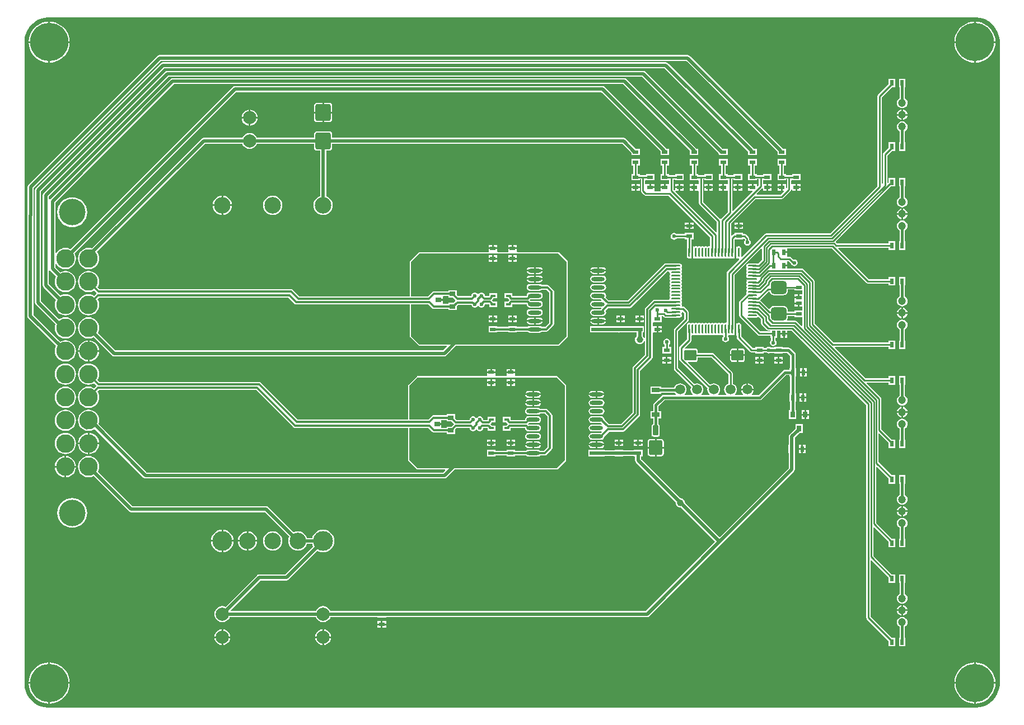
<source format=gtl>
G04*
G04 #@! TF.GenerationSoftware,Altium Limited,Altium Designer,22.2.1 (43)*
G04*
G04 Layer_Physical_Order=1*
G04 Layer_Color=255*
%FSLAX44Y44*%
%MOMM*%
G71*
G04*
G04 #@! TF.SameCoordinates,7A9A4B32-F866-4FC0-92F5-D822EF52183D*
G04*
G04*
G04 #@! TF.FilePolarity,Positive*
G04*
G01*
G75*
%ADD15C,0.3000*%
%ADD16R,0.9000X0.6000*%
%ADD17O,2.0000X0.6000*%
%ADD18R,2.0000X0.6000*%
%ADD19R,0.8000X0.4000*%
%ADD20R,0.9000X0.7000*%
G04:AMPARAMS|DCode=21|XSize=1.5mm|YSize=0.8mm|CornerRadius=0.08mm|HoleSize=0mm|Usage=FLASHONLY|Rotation=90.000|XOffset=0mm|YOffset=0mm|HoleType=Round|Shape=RoundedRectangle|*
%AMROUNDEDRECTD21*
21,1,1.5000,0.6400,0,0,90.0*
21,1,1.3400,0.8000,0,0,90.0*
1,1,0.1600,0.3200,0.6700*
1,1,0.1600,0.3200,-0.6700*
1,1,0.1600,-0.3200,-0.6700*
1,1,0.1600,-0.3200,0.6700*
%
%ADD21ROUNDEDRECTD21*%
G04:AMPARAMS|DCode=22|XSize=2.2mm|YSize=2mm|CornerRadius=0.2mm|HoleSize=0mm|Usage=FLASHONLY|Rotation=90.000|XOffset=0mm|YOffset=0mm|HoleType=Round|Shape=RoundedRectangle|*
%AMROUNDEDRECTD22*
21,1,2.2000,1.6000,0,0,90.0*
21,1,1.8000,2.0000,0,0,90.0*
1,1,0.4000,0.8000,0.9000*
1,1,0.4000,0.8000,-0.9000*
1,1,0.4000,-0.8000,-0.9000*
1,1,0.4000,-0.8000,0.9000*
%
%ADD22ROUNDEDRECTD22*%
%ADD23R,1.2000X0.7000*%
%ADD24R,0.6000X0.9000*%
%ADD25R,0.7000X0.9000*%
G04:AMPARAMS|DCode=26|XSize=2mm|YSize=2.4mm|CornerRadius=0.5mm|HoleSize=0mm|Usage=FLASHONLY|Rotation=270.000|XOffset=0mm|YOffset=0mm|HoleType=Round|Shape=RoundedRectangle|*
%AMROUNDEDRECTD26*
21,1,2.0000,1.4000,0,0,270.0*
21,1,1.0000,2.4000,0,0,270.0*
1,1,1.0000,-0.7000,-0.5000*
1,1,1.0000,-0.7000,0.5000*
1,1,1.0000,0.7000,0.5000*
1,1,1.0000,0.7000,-0.5000*
%
%ADD26ROUNDEDRECTD26*%
%ADD27O,0.2540X1.5000*%
%ADD28O,1.5000X0.2540*%
G04:AMPARAMS|DCode=29|XSize=1.6mm|YSize=1.8mm|CornerRadius=0.16mm|HoleSize=0mm|Usage=FLASHONLY|Rotation=270.000|XOffset=0mm|YOffset=0mm|HoleType=Round|Shape=RoundedRectangle|*
%AMROUNDEDRECTD29*
21,1,1.6000,1.4800,0,0,270.0*
21,1,1.2800,1.8000,0,0,270.0*
1,1,0.3200,-0.7400,-0.6400*
1,1,0.3200,-0.7400,0.6400*
1,1,0.3200,0.7400,0.6400*
1,1,0.3200,0.7400,-0.6400*
%
%ADD29ROUNDEDRECTD29*%
G04:AMPARAMS|DCode=30|XSize=2.5mm|YSize=2.3mm|CornerRadius=0.23mm|HoleSize=0mm|Usage=FLASHONLY|Rotation=270.000|XOffset=0mm|YOffset=0mm|HoleType=Round|Shape=RoundedRectangle|*
%AMROUNDEDRECTD30*
21,1,2.5000,1.8400,0,0,270.0*
21,1,2.0400,2.3000,0,0,270.0*
1,1,0.4600,-0.9200,-1.0200*
1,1,0.4600,-0.9200,1.0200*
1,1,0.4600,0.9200,1.0200*
1,1,0.4600,0.9200,-1.0200*
%
%ADD30ROUNDEDRECTD30*%
%ADD54C,0.5000*%
%ADD55C,0.2500*%
%ADD56C,0.3810*%
%ADD57C,2.8000*%
%ADD58C,4.0000*%
%ADD59C,5.8000*%
%ADD60C,2.5000*%
%ADD61C,3.0000*%
%ADD62C,2.0000*%
%ADD63C,1.5000*%
%ADD64C,1.2000*%
%ADD65C,0.6000*%
%ADD66C,1.0000*%
G36*
X2017322Y1136810D02*
X2022064Y1135540D01*
X2026600Y1133661D01*
X2030851Y1131206D01*
X2034746Y1128218D01*
X2038218Y1124746D01*
X2041206Y1120851D01*
X2043661Y1116600D01*
X2045540Y1112064D01*
X2046810Y1107322D01*
X2047451Y1102455D01*
Y1100000D01*
Y130000D01*
Y127545D01*
X2046810Y122678D01*
X2045540Y117936D01*
X2043661Y113400D01*
X2041206Y109149D01*
X2038218Y105254D01*
X2034746Y101782D01*
X2030851Y98794D01*
X2026600Y96339D01*
X2022064Y94460D01*
X2017322Y93190D01*
X2012455Y92549D01*
X607545D01*
X602678Y93190D01*
X597936Y94460D01*
X593400Y96339D01*
X589149Y98794D01*
X585254Y101782D01*
X581782Y105254D01*
X578794Y109149D01*
X576339Y113400D01*
X574460Y117936D01*
X573190Y122678D01*
X572549Y127545D01*
Y130000D01*
Y1100000D01*
Y1102455D01*
X573190Y1107322D01*
X574460Y1112064D01*
X576339Y1116600D01*
X578794Y1120851D01*
X581782Y1124746D01*
X585254Y1128218D01*
X589149Y1131206D01*
X593400Y1133661D01*
X597936Y1135540D01*
X602678Y1136810D01*
X607545Y1137451D01*
X2012455D01*
X2017322Y1136810D01*
D02*
G37*
%LPC*%
G36*
X2011270Y1130996D02*
Y1101270D01*
X2040996D01*
X2040713Y1104865D01*
X2039574Y1109609D01*
X2037707Y1114117D01*
X2035157Y1118278D01*
X2031988Y1121988D01*
X2028278Y1125157D01*
X2024117Y1127707D01*
X2019609Y1129574D01*
X2014864Y1130713D01*
X2011270Y1130996D01*
D02*
G37*
G36*
X2008730D02*
X2005135Y1130713D01*
X2000391Y1129574D01*
X1995883Y1127707D01*
X1991722Y1125157D01*
X1988012Y1121988D01*
X1984843Y1118278D01*
X1982293Y1114117D01*
X1980426Y1109609D01*
X1979287Y1104865D01*
X1979004Y1101270D01*
X2008730D01*
Y1130996D01*
D02*
G37*
G36*
X611270D02*
Y1101270D01*
X640996D01*
X640713Y1104865D01*
X639574Y1109609D01*
X637707Y1114117D01*
X635157Y1118278D01*
X631988Y1121988D01*
X628278Y1125157D01*
X624117Y1127707D01*
X619609Y1129574D01*
X614865Y1130713D01*
X611270Y1130996D01*
D02*
G37*
G36*
X608730D02*
X605135Y1130713D01*
X600391Y1129574D01*
X595883Y1127707D01*
X591722Y1125157D01*
X588012Y1121988D01*
X584843Y1118278D01*
X582293Y1114117D01*
X580426Y1109609D01*
X579287Y1104865D01*
X579004Y1101270D01*
X608730D01*
Y1130996D01*
D02*
G37*
G36*
X2040996Y1098730D02*
X2011270D01*
Y1069004D01*
X2014864Y1069287D01*
X2019609Y1070426D01*
X2024117Y1072293D01*
X2028278Y1074843D01*
X2031988Y1078012D01*
X2035157Y1081722D01*
X2037707Y1085883D01*
X2039574Y1090391D01*
X2040713Y1095136D01*
X2040996Y1098730D01*
D02*
G37*
G36*
X2008730D02*
X1979004D01*
X1979287Y1095136D01*
X1980426Y1090391D01*
X1982293Y1085883D01*
X1984843Y1081722D01*
X1988012Y1078012D01*
X1991722Y1074843D01*
X1995883Y1072293D01*
X2000391Y1070426D01*
X2005135Y1069287D01*
X2008730Y1069004D01*
Y1098730D01*
D02*
G37*
G36*
X640996D02*
X611270D01*
Y1069004D01*
X614865Y1069287D01*
X619609Y1070426D01*
X624117Y1072293D01*
X628278Y1074843D01*
X631988Y1078012D01*
X635157Y1081722D01*
X637707Y1085883D01*
X639574Y1090391D01*
X640713Y1095136D01*
X640996Y1098730D01*
D02*
G37*
G36*
X608730D02*
X579004D01*
X579287Y1095136D01*
X580426Y1090391D01*
X582293Y1085883D01*
X584843Y1081722D01*
X588012Y1078012D01*
X591722Y1074843D01*
X595883Y1072293D01*
X600391Y1070426D01*
X605135Y1069287D01*
X608730Y1069004D01*
Y1098730D01*
D02*
G37*
G36*
X1905000Y1044500D02*
X1895000D01*
Y1031500D01*
X1896019D01*
Y1015010D01*
X1895966Y1014988D01*
X1894294Y1013706D01*
X1893012Y1012035D01*
X1892206Y1010088D01*
X1891931Y1008000D01*
X1892206Y1005912D01*
X1893012Y1003966D01*
X1894294Y1002294D01*
X1895966Y1001012D01*
X1897912Y1000206D01*
X1900000Y999931D01*
X1902088Y1000206D01*
X1904034Y1001012D01*
X1905706Y1002294D01*
X1906988Y1003966D01*
X1907794Y1005912D01*
X1908069Y1008000D01*
X1907794Y1010088D01*
X1906988Y1012035D01*
X1905706Y1013706D01*
X1904034Y1014988D01*
X1903981Y1015010D01*
Y1031500D01*
X1905000D01*
Y1044500D01*
D02*
G37*
G36*
X1033500Y1008084D02*
X1025570D01*
Y994770D01*
X1037884D01*
Y1003700D01*
X1037551Y1005378D01*
X1036600Y1006800D01*
X1035178Y1007750D01*
X1033500Y1008084D01*
D02*
G37*
G36*
X1023030D02*
X1015100D01*
X1013422Y1007750D01*
X1012000Y1006800D01*
X1011049Y1005378D01*
X1010716Y1003700D01*
Y994770D01*
X1023030D01*
Y1008084D01*
D02*
G37*
G36*
X1901270Y997902D02*
Y991270D01*
X1907902D01*
X1907794Y992088D01*
X1906988Y994035D01*
X1905706Y995706D01*
X1904034Y996988D01*
X1902088Y997794D01*
X1901270Y997902D01*
D02*
G37*
G36*
X1898730D02*
X1897912Y997794D01*
X1895966Y996988D01*
X1894294Y995706D01*
X1893012Y994035D01*
X1892206Y992088D01*
X1892098Y991270D01*
X1898730D01*
Y997902D01*
D02*
G37*
G36*
X914370Y997436D02*
Y986770D01*
X925036D01*
X924791Y988633D01*
X923582Y991552D01*
X921659Y994059D01*
X919152Y995982D01*
X916233Y997191D01*
X914370Y997436D01*
D02*
G37*
G36*
X911830D02*
X909967Y997191D01*
X907048Y995982D01*
X904542Y994059D01*
X902618Y991552D01*
X901409Y988633D01*
X901164Y986770D01*
X911830D01*
Y997436D01*
D02*
G37*
G36*
X1907902Y988730D02*
X1901270D01*
Y982098D01*
X1902088Y982206D01*
X1904034Y983012D01*
X1905706Y984294D01*
X1906988Y985965D01*
X1907794Y987912D01*
X1907902Y988730D01*
D02*
G37*
G36*
X1898730D02*
X1892098D01*
X1892206Y987912D01*
X1893012Y985965D01*
X1894294Y984294D01*
X1895966Y983012D01*
X1897912Y982206D01*
X1898730Y982098D01*
Y988730D01*
D02*
G37*
G36*
X1037884Y992230D02*
X1025570D01*
Y978916D01*
X1033500D01*
X1035178Y979249D01*
X1036600Y980200D01*
X1037551Y981622D01*
X1037884Y983300D01*
Y992230D01*
D02*
G37*
G36*
X1023030D02*
X1010716D01*
Y983300D01*
X1011049Y981622D01*
X1012000Y980200D01*
X1013422Y979249D01*
X1015100Y978916D01*
X1023030D01*
Y992230D01*
D02*
G37*
G36*
X925036Y984230D02*
X914370D01*
Y973564D01*
X916233Y973809D01*
X919152Y975018D01*
X921659Y976942D01*
X923582Y979448D01*
X924791Y982367D01*
X925036Y984230D01*
D02*
G37*
G36*
X911830D02*
X901164D01*
X901409Y982367D01*
X902618Y979448D01*
X904542Y976942D01*
X907048Y975018D01*
X909967Y973809D01*
X911830Y973564D01*
Y984230D01*
D02*
G37*
G36*
X1033500Y965084D02*
X1015100D01*
X1013422Y964751D01*
X1012000Y963800D01*
X1011049Y962378D01*
X1010716Y960700D01*
Y955088D01*
X924188D01*
X923582Y956552D01*
X921659Y959059D01*
X919152Y960982D01*
X916233Y962191D01*
X913100Y962604D01*
X909967Y962191D01*
X907048Y960982D01*
X904542Y959059D01*
X902618Y956552D01*
X902012Y955088D01*
X843500D01*
X841744Y954739D01*
X840256Y953744D01*
X674304Y787793D01*
X672737Y788269D01*
X669600Y788577D01*
X666463Y788269D01*
X663447Y787354D01*
X660668Y785868D01*
X658232Y783868D01*
X656232Y781432D01*
X654746Y778652D01*
X653831Y775637D01*
X653523Y772500D01*
X653831Y769363D01*
X654746Y766347D01*
X656232Y763568D01*
X658232Y761132D01*
X660668Y759132D01*
X663447Y757646D01*
X666463Y756731D01*
X669600Y756423D01*
X672737Y756731D01*
X675753Y757646D01*
X678532Y759132D01*
X680968Y761132D01*
X682968Y763568D01*
X684454Y766347D01*
X685368Y769363D01*
X685677Y772500D01*
X685368Y775637D01*
X684454Y778652D01*
X682968Y781432D01*
X682045Y782557D01*
X845400Y945912D01*
X902012D01*
X902618Y944448D01*
X904542Y941942D01*
X907048Y940018D01*
X909967Y938809D01*
X913100Y938396D01*
X916233Y938809D01*
X919152Y940018D01*
X921659Y941942D01*
X923582Y944448D01*
X924188Y945912D01*
X1010716D01*
Y940300D01*
X1011049Y938622D01*
X1012000Y937200D01*
X1013422Y936249D01*
X1015100Y935916D01*
X1019712D01*
Y866794D01*
X1016988Y865666D01*
X1013959Y863342D01*
X1011634Y860313D01*
X1010173Y856785D01*
X1009675Y853000D01*
X1010173Y849215D01*
X1011634Y845687D01*
X1013959Y842658D01*
X1016988Y840334D01*
X1020515Y838873D01*
X1024300Y838375D01*
X1028085Y838873D01*
X1031613Y840334D01*
X1034641Y842658D01*
X1036966Y845687D01*
X1038427Y849215D01*
X1038925Y853000D01*
X1038427Y856785D01*
X1036966Y860313D01*
X1034641Y863342D01*
X1031613Y865666D01*
X1028888Y866794D01*
Y935916D01*
X1033500D01*
X1035178Y936249D01*
X1036600Y937200D01*
X1037551Y938622D01*
X1037884Y940300D01*
Y945912D01*
X1476709D01*
X1490290Y932331D01*
Y928820D01*
X1503290D01*
Y938820D01*
X1496779D01*
X1481854Y953744D01*
X1480366Y954739D01*
X1478610Y955088D01*
X1037884D01*
Y960700D01*
X1037551Y962378D01*
X1036600Y963800D01*
X1035178Y964751D01*
X1033500Y965084D01*
D02*
G37*
G36*
X1900000Y980069D02*
X1897912Y979794D01*
X1895966Y978988D01*
X1894294Y977706D01*
X1893012Y976034D01*
X1892206Y974088D01*
X1891931Y972000D01*
X1892206Y969912D01*
X1893012Y967965D01*
X1894294Y966294D01*
X1895966Y965012D01*
X1896019Y964990D01*
Y948500D01*
X1895000D01*
Y935500D01*
X1905000D01*
Y948500D01*
X1903981D01*
Y964990D01*
X1904034Y965012D01*
X1905706Y966294D01*
X1906988Y967965D01*
X1907794Y969912D01*
X1908069Y972000D01*
X1907794Y974088D01*
X1906988Y976034D01*
X1905706Y977706D01*
X1904034Y978988D01*
X1902088Y979794D01*
X1900000Y980069D01*
D02*
G37*
G36*
X1575710Y1080588D02*
X777000D01*
X775244Y1080239D01*
X773756Y1079244D01*
X578756Y884244D01*
X577761Y882756D01*
X577412Y881000D01*
Y838846D01*
X577162Y837589D01*
Y685350D01*
X577511Y683594D01*
X578506Y682106D01*
X620517Y640094D01*
X619746Y638652D01*
X618831Y635636D01*
X618523Y632500D01*
X618831Y629363D01*
X619746Y626347D01*
X621232Y623568D01*
X623232Y621132D01*
X625668Y619132D01*
X628447Y617646D01*
X631464Y616731D01*
X634600Y616423D01*
X637737Y616731D01*
X640753Y617646D01*
X643532Y619132D01*
X645968Y621132D01*
X647968Y623568D01*
X649454Y626347D01*
X650368Y629363D01*
X650677Y632500D01*
X650368Y635636D01*
X649454Y638652D01*
X647968Y641432D01*
X645968Y643868D01*
X643532Y645868D01*
X640753Y647354D01*
X637737Y648269D01*
X634600Y648577D01*
X631464Y648269D01*
X628447Y647354D01*
X627006Y646583D01*
X586338Y687251D01*
Y836582D01*
X586588Y837839D01*
Y879100D01*
X778901Y1071412D01*
X1573809D01*
X1711390Y933831D01*
Y928820D01*
X1724390D01*
Y938820D01*
X1719297D01*
X1719134Y939064D01*
X1578954Y1079244D01*
X1577466Y1080239D01*
X1575710Y1080588D01*
D02*
G37*
G36*
X1542490Y1069588D02*
X782250D01*
X780494Y1069239D01*
X779006Y1068244D01*
X589756Y878994D01*
X588761Y877506D01*
X588412Y875750D01*
Y706000D01*
X588761Y704244D01*
X589756Y702756D01*
X619540Y672971D01*
X618831Y670637D01*
X618523Y667500D01*
X618831Y664363D01*
X619746Y661347D01*
X621232Y658568D01*
X623232Y656132D01*
X625668Y654132D01*
X628447Y652646D01*
X631464Y651731D01*
X634600Y651423D01*
X637737Y651731D01*
X640753Y652646D01*
X643532Y654132D01*
X645968Y656132D01*
X647968Y658568D01*
X649454Y661347D01*
X650368Y664363D01*
X650677Y667500D01*
X650368Y670637D01*
X649454Y673653D01*
X647968Y676432D01*
X645968Y678868D01*
X643532Y680868D01*
X640753Y682354D01*
X637737Y683269D01*
X634600Y683577D01*
X631464Y683269D01*
X628447Y682354D01*
X625668Y680868D01*
X625093Y680396D01*
X597588Y707900D01*
Y873849D01*
X784150Y1060412D01*
X1540589D01*
X1667170Y933831D01*
Y928820D01*
X1680170D01*
Y938820D01*
X1675078D01*
X1674914Y939064D01*
X1545734Y1068244D01*
X1544246Y1069239D01*
X1542490Y1069588D01*
D02*
G37*
G36*
X1508608Y1056588D02*
X788750D01*
X786994Y1056239D01*
X785506Y1055244D01*
X601756Y871494D01*
X600761Y870006D01*
X600412Y868250D01*
Y732100D01*
X600761Y730344D01*
X601756Y728856D01*
X620517Y710094D01*
X619746Y708653D01*
X618831Y705637D01*
X618523Y702500D01*
X618831Y699363D01*
X619746Y696347D01*
X621232Y693568D01*
X623232Y691132D01*
X625668Y689132D01*
X628447Y687646D01*
X631464Y686731D01*
X634600Y686423D01*
X637737Y686731D01*
X640753Y687646D01*
X643532Y689132D01*
X645968Y691132D01*
X647968Y693568D01*
X649454Y696347D01*
X650368Y699363D01*
X650677Y702500D01*
X650368Y705637D01*
X649454Y708653D01*
X647968Y711432D01*
X645968Y713868D01*
X643532Y715868D01*
X640753Y717354D01*
X637737Y718269D01*
X634600Y718577D01*
X631464Y718269D01*
X628447Y717354D01*
X627006Y716583D01*
X609588Y734000D01*
Y754251D01*
X609833Y754448D01*
X611535Y754186D01*
X611756Y753856D01*
X620517Y745094D01*
X619746Y743653D01*
X618831Y740637D01*
X618523Y737500D01*
X618831Y734363D01*
X619746Y731347D01*
X621232Y728568D01*
X623232Y726132D01*
X625668Y724132D01*
X628447Y722646D01*
X631464Y721731D01*
X634600Y721423D01*
X637737Y721731D01*
X640753Y722646D01*
X643532Y724132D01*
X645968Y726132D01*
X647968Y728568D01*
X649454Y731347D01*
X650368Y734363D01*
X650677Y737500D01*
X650368Y740637D01*
X649454Y743653D01*
X647968Y746432D01*
X645968Y748868D01*
X643532Y750868D01*
X640753Y752354D01*
X637737Y753269D01*
X634600Y753577D01*
X631464Y753269D01*
X628447Y752354D01*
X627006Y751583D01*
X619588Y759000D01*
Y763949D01*
X620858Y764268D01*
X621232Y763568D01*
X623232Y761132D01*
X625668Y759132D01*
X628447Y757646D01*
X631464Y756731D01*
X634600Y756423D01*
X637737Y756731D01*
X640753Y757646D01*
X643532Y759132D01*
X645968Y761132D01*
X647968Y763568D01*
X649454Y766347D01*
X650368Y769363D01*
X650677Y772500D01*
X650368Y775637D01*
X649454Y778652D01*
X648683Y780094D01*
X893000Y1024412D01*
X1444875D01*
X1534510Y934777D01*
Y928820D01*
X1547510D01*
Y938820D01*
X1543364D01*
X1543200Y939064D01*
X1450020Y1032244D01*
X1448532Y1033239D01*
X1446776Y1033588D01*
X891100D01*
X889344Y1033239D01*
X887856Y1032244D01*
X642194Y786583D01*
X640753Y787354D01*
X637737Y788269D01*
X634600Y788577D01*
X631464Y788269D01*
X628447Y787354D01*
X625668Y785868D01*
X623232Y783868D01*
X621232Y781432D01*
X620858Y780732D01*
X619588Y781051D01*
Y857349D01*
X798651Y1036412D01*
X1478042D01*
X1578730Y935723D01*
Y928820D01*
X1591730D01*
Y938820D01*
X1588530D01*
X1588366Y939064D01*
X1483186Y1044244D01*
X1481698Y1045239D01*
X1479942Y1045588D01*
X796750D01*
X794994Y1045239D01*
X793506Y1044244D01*
X611756Y862494D01*
X611535Y862164D01*
X609833Y861902D01*
X609588Y862099D01*
Y866349D01*
X790650Y1047412D01*
X1506707D01*
X1622950Y931169D01*
Y928820D01*
X1635950D01*
Y938820D01*
X1628277D01*
X1511852Y1055244D01*
X1510364Y1056239D01*
X1508608Y1056588D01*
D02*
G37*
G36*
X1716620Y885120D02*
X1711390D01*
Y881390D01*
X1716620D01*
Y885120D01*
D02*
G37*
G36*
X1702280D02*
X1697050D01*
Y881390D01*
X1702280D01*
Y885120D01*
D02*
G37*
G36*
X1658060D02*
X1652830D01*
Y881390D01*
X1658060D01*
Y885120D01*
D02*
G37*
G36*
X1613840D02*
X1608610D01*
Y881390D01*
X1613840D01*
Y885120D01*
D02*
G37*
G36*
X1569620D02*
X1564390D01*
Y881390D01*
X1569620D01*
Y885120D01*
D02*
G37*
G36*
X1525400D02*
X1520170D01*
Y881390D01*
X1525400D01*
Y885120D01*
D02*
G37*
G36*
X1503290D02*
X1498060D01*
Y881390D01*
X1503290D01*
Y885120D01*
D02*
G37*
G36*
X1672400D02*
X1667170D01*
Y881390D01*
X1672400D01*
Y885120D01*
D02*
G37*
G36*
X1650290D02*
X1645060D01*
Y881390D01*
X1650290D01*
Y885120D01*
D02*
G37*
G36*
X1628180D02*
X1622950D01*
Y881390D01*
X1628180D01*
Y885120D01*
D02*
G37*
G36*
X1606070D02*
X1600840D01*
Y881390D01*
X1606070D01*
Y885120D01*
D02*
G37*
G36*
X1583960D02*
X1578730D01*
Y881390D01*
X1583960D01*
Y885120D01*
D02*
G37*
G36*
X1495520D02*
X1490290D01*
Y881390D01*
X1495520D01*
Y885120D01*
D02*
G37*
G36*
X1539740D02*
X1534510D01*
Y881390D01*
X1539740D01*
Y885120D01*
D02*
G37*
G36*
X1561850D02*
X1556620D01*
Y881390D01*
X1561850D01*
Y885120D01*
D02*
G37*
G36*
X1741270D02*
Y881390D01*
X1746500D01*
Y885120D01*
X1741270D01*
D02*
G37*
G36*
X1724390Y923220D02*
X1711390D01*
Y913220D01*
X1714436D01*
Y900720D01*
X1711390D01*
Y890720D01*
X1724390D01*
Y892406D01*
X1725686D01*
Y879573D01*
X1725660Y879555D01*
X1724390Y880234D01*
Y885120D01*
X1719160D01*
Y880120D01*
Y875120D01*
X1720774D01*
X1721260Y873947D01*
X1716628Y869314D01*
X1680245D01*
X1679759Y870487D01*
X1688010Y878738D01*
X1689280Y878267D01*
Y875120D01*
X1694510D01*
Y880120D01*
Y885120D01*
X1689314D01*
Y890720D01*
X1702280D01*
Y900720D01*
X1689280D01*
Y899034D01*
X1680170D01*
Y900720D01*
X1676984D01*
Y913220D01*
X1680170D01*
Y923220D01*
X1667170D01*
Y913220D01*
X1670356D01*
Y900720D01*
X1667170D01*
Y890720D01*
X1680170D01*
Y892406D01*
X1682686D01*
Y882787D01*
X1681343Y881444D01*
X1680170Y881930D01*
Y885120D01*
X1674940D01*
Y880120D01*
X1673670D01*
Y878850D01*
X1667170D01*
Y875120D01*
X1673360D01*
X1673846Y873947D01*
X1644207Y844308D01*
X1643034Y844794D01*
Y892406D01*
X1645060D01*
Y890720D01*
X1658060D01*
Y900720D01*
X1645060D01*
Y899034D01*
X1639720D01*
X1639360Y898962D01*
X1639000Y899034D01*
X1635950D01*
Y900720D01*
X1632764D01*
Y913220D01*
X1635950D01*
Y923220D01*
X1622950D01*
Y913220D01*
X1626136D01*
Y900720D01*
X1622950D01*
Y890720D01*
X1635950D01*
X1636406Y889639D01*
Y886201D01*
X1635950Y885120D01*
X1635136Y885120D01*
X1630720D01*
Y880120D01*
Y875120D01*
X1635136D01*
X1635950Y875120D01*
X1636406Y874039D01*
Y843092D01*
X1625898Y832584D01*
X1624349Y832337D01*
X1599314Y857373D01*
Y892406D01*
X1600840D01*
Y890720D01*
X1613840D01*
Y900720D01*
X1600840D01*
Y899034D01*
X1591730D01*
Y900720D01*
X1588544D01*
Y913220D01*
X1591730D01*
Y923220D01*
X1578730D01*
Y913220D01*
X1581916D01*
Y900720D01*
X1578730D01*
Y890720D01*
X1591730D01*
X1592686Y889963D01*
Y885877D01*
X1591730Y885120D01*
X1591416Y885120D01*
X1586500D01*
Y880120D01*
Y875120D01*
X1591416D01*
X1591730Y875120D01*
X1592686Y874363D01*
Y856000D01*
X1592939Y854732D01*
X1593657Y853657D01*
X1619646Y827667D01*
Y812699D01*
X1618473Y812213D01*
X1556836Y873850D01*
X1557362Y875120D01*
X1557537Y875120D01*
X1557537Y875120D01*
X1557583Y875120D01*
X1561850D01*
Y878850D01*
X1556620D01*
X1556620Y876083D01*
Y876037D01*
D01*
X1556620Y875862D01*
X1556322Y875739D01*
X1555350Y875336D01*
X1554314Y876373D01*
Y891945D01*
X1556620D01*
Y890720D01*
X1569620D01*
Y900720D01*
X1556620D01*
Y898572D01*
X1547510D01*
Y900720D01*
X1544324D01*
Y913220D01*
X1547510D01*
Y923220D01*
X1534510D01*
Y913220D01*
X1537696D01*
Y900720D01*
X1534510D01*
Y890720D01*
X1547510D01*
X1547686Y889523D01*
Y886317D01*
X1547510Y885120D01*
X1546416Y885120D01*
X1542280D01*
Y880120D01*
X1541010D01*
Y878850D01*
X1534510D01*
Y875584D01*
X1534510Y875120D01*
X1533574Y874314D01*
X1526336D01*
X1525400Y875120D01*
Y878850D01*
X1518900D01*
Y880120D01*
X1517630D01*
Y885120D01*
X1512400D01*
Y885120D01*
X1511314Y885563D01*
Y890277D01*
X1512400Y890720D01*
Y890720D01*
X1525400D01*
Y900720D01*
X1512400D01*
Y899034D01*
X1503290D01*
Y900720D01*
X1500104D01*
Y913220D01*
X1503290D01*
Y923220D01*
X1490290D01*
Y913220D01*
X1493476D01*
Y900720D01*
X1490290D01*
Y890720D01*
X1503290D01*
Y892406D01*
X1504686D01*
Y875000D01*
X1504939Y873732D01*
X1505657Y872657D01*
X1509657Y868657D01*
X1510732Y867939D01*
X1512000Y867686D01*
X1546627D01*
X1609626Y804687D01*
Y792347D01*
X1608356Y791381D01*
X1607940Y791464D01*
X1606664Y791210D01*
X1605582Y790488D01*
X1605298D01*
X1604216Y791210D01*
X1602940Y791464D01*
X1601664Y791210D01*
X1600582Y790488D01*
X1600298D01*
X1599216Y791210D01*
X1597940Y791464D01*
X1596664Y791210D01*
X1595582Y790488D01*
X1595298D01*
X1594216Y791210D01*
X1592940Y791464D01*
X1591664Y791210D01*
X1590582Y790488D01*
X1590298D01*
X1589216Y791210D01*
X1587940Y791464D01*
X1586664Y791210D01*
X1585582Y790488D01*
X1585298D01*
X1584216Y791210D01*
X1584210Y791211D01*
Y781900D01*
Y772589D01*
X1584216Y772590D01*
X1585298Y773313D01*
X1585582D01*
X1586664Y772590D01*
X1587940Y772336D01*
X1589216Y772590D01*
X1590298Y773313D01*
X1590582D01*
X1591664Y772590D01*
X1592940Y772336D01*
X1594216Y772590D01*
X1595298Y773313D01*
X1595582D01*
X1596664Y772590D01*
X1597940Y772336D01*
X1599216Y772590D01*
X1600298Y773313D01*
X1600582D01*
X1601664Y772590D01*
X1602940Y772336D01*
X1604216Y772590D01*
X1605298Y773313D01*
X1605582D01*
X1606664Y772590D01*
X1607940Y772336D01*
X1609216Y772590D01*
X1610298Y773313D01*
X1610582D01*
X1611664Y772590D01*
X1612940Y772336D01*
X1614216Y772590D01*
X1615298Y773313D01*
X1615582D01*
X1616664Y772590D01*
X1617940Y772336D01*
X1619216Y772590D01*
X1620298Y773313D01*
X1620582D01*
X1621664Y772590D01*
X1622940Y772336D01*
X1624216Y772590D01*
X1625298Y773313D01*
X1625582D01*
X1626664Y772590D01*
X1627940Y772336D01*
X1629216Y772590D01*
X1630298Y773313D01*
X1630582D01*
X1631664Y772590D01*
X1632940Y772336D01*
X1634216Y772590D01*
X1635298Y773313D01*
X1635582D01*
X1636664Y772590D01*
X1637940Y772336D01*
X1639216Y772590D01*
X1640298Y773313D01*
X1640582D01*
X1641664Y772590D01*
X1642940Y772336D01*
X1644216Y772590D01*
X1645298Y773313D01*
X1645582D01*
X1646664Y772590D01*
X1646670Y772589D01*
Y781900D01*
Y792030D01*
X1646254Y792347D01*
Y800257D01*
X1646440Y801450D01*
X1659440D01*
Y802169D01*
X1660710Y802604D01*
X1662206Y801107D01*
Y800322D01*
X1661290Y798951D01*
X1660902Y797000D01*
X1661290Y795049D01*
X1662395Y793395D01*
X1664049Y792290D01*
X1666000Y791902D01*
X1667951Y792290D01*
X1669605Y793395D01*
X1670710Y795049D01*
X1671098Y797000D01*
X1670710Y798951D01*
X1669605Y800605D01*
X1668834Y801120D01*
Y802480D01*
X1668581Y803748D01*
X1667863Y804823D01*
X1664118Y808568D01*
X1663043Y809286D01*
X1661775Y809539D01*
X1659440D01*
Y811450D01*
X1646440D01*
Y809523D01*
X1646154D01*
X1644886Y809270D01*
X1643811Y808552D01*
X1642427Y807168D01*
X1641254Y807654D01*
Y825567D01*
X1678372Y862686D01*
X1718000D01*
X1719268Y862939D01*
X1720343Y863657D01*
X1731343Y874657D01*
X1732061Y875732D01*
X1732230Y876579D01*
X1733500Y876454D01*
Y875120D01*
X1738730D01*
Y880120D01*
Y885120D01*
X1733584D01*
X1733500Y885120D01*
X1732314Y885322D01*
Y890518D01*
X1733500Y890720D01*
Y890720D01*
X1746500D01*
Y900720D01*
X1733500D01*
Y899034D01*
X1724390D01*
Y900720D01*
X1721064D01*
Y913220D01*
X1724390D01*
Y923220D01*
D02*
G37*
G36*
X1746500Y878850D02*
X1741270D01*
Y875120D01*
X1746500D01*
Y878850D01*
D02*
G37*
G36*
X1716620Y878850D02*
X1711390D01*
Y875120D01*
X1716620D01*
Y878850D01*
D02*
G37*
G36*
X1702280Y878850D02*
X1697050D01*
Y875120D01*
X1702280D01*
Y878850D01*
D02*
G37*
G36*
X1658060D02*
X1652830D01*
Y875120D01*
X1658060D01*
Y878850D01*
D02*
G37*
G36*
X1650290D02*
X1645060D01*
Y875120D01*
X1650290D01*
Y878850D01*
D02*
G37*
G36*
X1613840D02*
X1608610D01*
Y875120D01*
X1613840D01*
Y878850D01*
D02*
G37*
G36*
X1606070D02*
X1600840D01*
Y875120D01*
X1606070D01*
Y878850D01*
D02*
G37*
G36*
X1569620D02*
X1564390D01*
Y875120D01*
X1569620D01*
Y878850D01*
D02*
G37*
G36*
X1503290D02*
X1498060D01*
Y875120D01*
X1503290D01*
Y878850D01*
D02*
G37*
G36*
X1495520D02*
X1490290D01*
Y875120D01*
X1495520D01*
Y878850D01*
D02*
G37*
G36*
X1583960D02*
X1578730D01*
Y875120D01*
X1583960D01*
Y878850D01*
D02*
G37*
G36*
X1628180D02*
X1622950D01*
Y875120D01*
X1628180D01*
Y878850D01*
D02*
G37*
G36*
X873170Y867458D02*
Y854270D01*
X886358D01*
X886027Y856785D01*
X884566Y860313D01*
X882242Y863342D01*
X879213Y865666D01*
X875685Y867127D01*
X873170Y867458D01*
D02*
G37*
G36*
X870630D02*
X868115Y867127D01*
X864587Y865666D01*
X861559Y863342D01*
X859234Y860313D01*
X857773Y856785D01*
X857442Y854270D01*
X870630D01*
Y867458D01*
D02*
G37*
G36*
X1905000Y894500D02*
X1895000D01*
Y881500D01*
X1896019D01*
Y865010D01*
X1895966Y864988D01*
X1894294Y863706D01*
X1893012Y862035D01*
X1892206Y860088D01*
X1891931Y858000D01*
X1892206Y855912D01*
X1893012Y853966D01*
X1894294Y852294D01*
X1895966Y851012D01*
X1897912Y850206D01*
X1900000Y849931D01*
X1902088Y850206D01*
X1904034Y851012D01*
X1905706Y852294D01*
X1906988Y853966D01*
X1907794Y855912D01*
X1908069Y858000D01*
X1907794Y860088D01*
X1906988Y862035D01*
X1905706Y863706D01*
X1904034Y864988D01*
X1903981Y865010D01*
Y881500D01*
X1905000D01*
Y894500D01*
D02*
G37*
G36*
X1901270Y847902D02*
Y841270D01*
X1907902D01*
X1907794Y842088D01*
X1906988Y844035D01*
X1905706Y845706D01*
X1904034Y846988D01*
X1902088Y847794D01*
X1901270Y847902D01*
D02*
G37*
G36*
X1898730D02*
X1897912Y847794D01*
X1895966Y846988D01*
X1894294Y845706D01*
X1893012Y844035D01*
X1892206Y842088D01*
X1892098Y841270D01*
X1898730D01*
Y847902D01*
D02*
G37*
G36*
X870630Y851730D02*
X857442D01*
X857773Y849215D01*
X859234Y845687D01*
X861559Y842658D01*
X864587Y840334D01*
X868115Y838873D01*
X870630Y838542D01*
Y851730D01*
D02*
G37*
G36*
X886358D02*
X873170D01*
Y838542D01*
X875685Y838873D01*
X879213Y840334D01*
X882242Y842658D01*
X884566Y845687D01*
X886027Y849215D01*
X886358Y851730D01*
D02*
G37*
G36*
X948100Y867625D02*
X944315Y867127D01*
X940788Y865666D01*
X937758Y863342D01*
X935434Y860313D01*
X933973Y856785D01*
X933475Y853000D01*
X933973Y849215D01*
X935434Y845687D01*
X937758Y842658D01*
X940788Y840334D01*
X944315Y838873D01*
X948100Y838375D01*
X951885Y838873D01*
X955413Y840334D01*
X958441Y842658D01*
X960766Y845687D01*
X962227Y849215D01*
X962725Y853000D01*
X962227Y856785D01*
X960766Y860313D01*
X958441Y863342D01*
X955413Y865666D01*
X951885Y867127D01*
X948100Y867625D01*
D02*
G37*
G36*
X1907902Y838730D02*
X1901270D01*
Y832098D01*
X1902088Y832206D01*
X1904034Y833012D01*
X1905706Y834294D01*
X1906988Y835965D01*
X1907794Y837912D01*
X1907902Y838730D01*
D02*
G37*
G36*
X1898730D02*
X1892098D01*
X1892206Y837912D01*
X1893012Y835965D01*
X1894294Y834294D01*
X1895966Y833012D01*
X1897912Y832206D01*
X1898730Y832098D01*
Y838730D01*
D02*
G37*
G36*
X1584440Y827050D02*
X1579210D01*
Y823320D01*
X1584440D01*
Y827050D01*
D02*
G37*
G36*
X1576670D02*
X1571440D01*
Y823320D01*
X1576670D01*
Y827050D01*
D02*
G37*
G36*
X1659440D02*
X1654210D01*
Y823320D01*
X1659440D01*
Y827050D01*
D02*
G37*
G36*
X1651670D02*
X1646440D01*
Y823320D01*
X1651670D01*
Y827050D01*
D02*
G37*
G36*
X645000Y865109D02*
X640589Y864674D01*
X636348Y863388D01*
X632439Y861299D01*
X629013Y858487D01*
X626201Y855061D01*
X624112Y851152D01*
X622826Y846911D01*
X622391Y842500D01*
X622826Y838089D01*
X624112Y833848D01*
X626201Y829939D01*
X629013Y826513D01*
X632439Y823701D01*
X636348Y821612D01*
X640589Y820325D01*
X645000Y819891D01*
X649411Y820325D01*
X653652Y821612D01*
X657561Y823701D01*
X660987Y826513D01*
X663799Y829939D01*
X665888Y833848D01*
X667174Y838089D01*
X667609Y842500D01*
X667174Y846911D01*
X665888Y851152D01*
X663799Y855061D01*
X660987Y858487D01*
X657561Y861299D01*
X653652Y863388D01*
X649411Y864674D01*
X645000Y865109D01*
D02*
G37*
G36*
X1659440Y820780D02*
X1654210D01*
Y817050D01*
X1659440D01*
Y820780D01*
D02*
G37*
G36*
X1651670D02*
X1646440D01*
Y817050D01*
X1651670D01*
Y820780D01*
D02*
G37*
G36*
X1584440Y820780D02*
X1579210D01*
Y817050D01*
X1584440D01*
Y820780D01*
D02*
G37*
G36*
X1576670D02*
X1571440D01*
Y817050D01*
X1576670D01*
Y820780D01*
D02*
G37*
G36*
X1584440Y811450D02*
X1571440D01*
Y809539D01*
X1558649D01*
X1558605Y809605D01*
X1556951Y810710D01*
X1555000Y811098D01*
X1553049Y810710D01*
X1551395Y809605D01*
X1550290Y807951D01*
X1549902Y806000D01*
X1550290Y804049D01*
X1551395Y802395D01*
X1553049Y801290D01*
X1555000Y800902D01*
X1556951Y801290D01*
X1558605Y802395D01*
X1558950Y802911D01*
X1571440D01*
Y801450D01*
X1574626D01*
Y788232D01*
X1574606Y788130D01*
Y775670D01*
X1574860Y774394D01*
X1575582Y773313D01*
X1576664Y772590D01*
X1577940Y772336D01*
X1579216Y772590D01*
X1580298Y773313D01*
X1580582D01*
X1581664Y772590D01*
X1581670Y772589D01*
Y781900D01*
Y792030D01*
X1581254Y792347D01*
Y801450D01*
X1584440D01*
Y811450D01*
D02*
G37*
G36*
X1287500Y792800D02*
X1282270D01*
Y789070D01*
X1287500D01*
Y792800D01*
D02*
G37*
G36*
X1279730D02*
X1274500D01*
Y789070D01*
X1279730D01*
Y792800D01*
D02*
G37*
G36*
X1317250D02*
X1312020D01*
Y789070D01*
X1317250D01*
Y792800D01*
D02*
G37*
G36*
X1309480D02*
X1304250D01*
Y789070D01*
X1309480D01*
Y792800D01*
D02*
G37*
G36*
X1900000Y830069D02*
X1897912Y829794D01*
X1895966Y828988D01*
X1894294Y827706D01*
X1893012Y826034D01*
X1892206Y824088D01*
X1891931Y822000D01*
X1892206Y819912D01*
X1893012Y817965D01*
X1894294Y816294D01*
X1895966Y815012D01*
X1896019Y814990D01*
Y798500D01*
X1895000D01*
Y785500D01*
X1905000D01*
Y798500D01*
X1903981D01*
Y814990D01*
X1904034Y815012D01*
X1905706Y816294D01*
X1906988Y817965D01*
X1907794Y819912D01*
X1908069Y822000D01*
X1907794Y824088D01*
X1906988Y826034D01*
X1905706Y827706D01*
X1904034Y828988D01*
X1902088Y829794D01*
X1900000Y830069D01*
D02*
G37*
G36*
X1310750Y787800D02*
D01*
Y786530D01*
X1304250D01*
Y783309D01*
X1304250Y782800D01*
X1303295Y782039D01*
X1288455D01*
X1287500Y783309D01*
Y786530D01*
X1281000D01*
X1274500D01*
Y783309D01*
X1274500Y782800D01*
X1273545Y782039D01*
X1170000Y782039D01*
X1170000Y782039D01*
X1169220Y781884D01*
X1168558Y781442D01*
X1156058Y768942D01*
X1155616Y768280D01*
X1155461Y767500D01*
X1155461Y715319D01*
X988478D01*
X978523Y725273D01*
X977366Y726047D01*
X976000Y726319D01*
X685828D01*
X683181Y728966D01*
X684454Y731347D01*
X685368Y734363D01*
X685677Y737500D01*
X685368Y740637D01*
X684454Y743653D01*
X682968Y746432D01*
X680968Y748868D01*
X678532Y750868D01*
X675753Y752354D01*
X672737Y753269D01*
X669600Y753577D01*
X666463Y753269D01*
X663447Y752354D01*
X660668Y750868D01*
X658232Y748868D01*
X656232Y746432D01*
X654746Y743653D01*
X653831Y740637D01*
X653523Y737500D01*
X653831Y734363D01*
X654746Y731347D01*
X656232Y728568D01*
X658232Y726132D01*
X660668Y724132D01*
X663447Y722646D01*
X666463Y721731D01*
X669600Y721423D01*
X672737Y721731D01*
X675753Y722646D01*
X678134Y723919D01*
X681233Y720821D01*
X681526Y719714D01*
X681183Y719129D01*
X678134Y716081D01*
X675753Y717354D01*
X672737Y718269D01*
X669600Y718577D01*
X666463Y718269D01*
X663447Y717354D01*
X660668Y715868D01*
X658232Y713868D01*
X656232Y711432D01*
X654746Y708653D01*
X653831Y705637D01*
X653523Y702500D01*
X653831Y699363D01*
X654746Y696347D01*
X656232Y693568D01*
X658232Y691132D01*
X660668Y689132D01*
X663447Y687646D01*
X666463Y686731D01*
X669600Y686423D01*
X672737Y686731D01*
X675753Y687646D01*
X678532Y689132D01*
X680968Y691132D01*
X682968Y693568D01*
X684454Y696347D01*
X685368Y699363D01*
X685677Y702500D01*
X685368Y705637D01*
X684454Y708653D01*
X683181Y711034D01*
X685578Y713431D01*
X971522D01*
X980977Y703977D01*
X982134Y703203D01*
X983500Y702931D01*
X1155461D01*
X1155461Y655000D01*
X1155461Y655000D01*
X1155616Y654219D01*
X1156058Y653558D01*
X1156058Y653558D01*
X1168558Y641058D01*
X1168558Y641058D01*
X1169220Y640616D01*
X1170000Y640461D01*
X1210911D01*
X1211397Y639287D01*
X1205698Y633588D01*
X710001D01*
X683683Y659906D01*
X684454Y661347D01*
X685368Y664363D01*
X685677Y667500D01*
X685368Y670637D01*
X684454Y673653D01*
X682968Y676432D01*
X680968Y678868D01*
X678532Y680868D01*
X675753Y682354D01*
X672737Y683269D01*
X669600Y683577D01*
X666463Y683269D01*
X663447Y682354D01*
X660668Y680868D01*
X658232Y678868D01*
X656232Y676432D01*
X654746Y673653D01*
X653831Y670637D01*
X653523Y667500D01*
X653831Y664363D01*
X654746Y661347D01*
X656232Y658568D01*
X658232Y656132D01*
X660668Y654132D01*
X663447Y652646D01*
X666463Y651731D01*
X669600Y651423D01*
X672737Y651731D01*
X675753Y652646D01*
X677194Y653417D01*
X704856Y625756D01*
X706344Y624761D01*
X708100Y624412D01*
X1207599D01*
X1209354Y624761D01*
X1210843Y625756D01*
X1225548Y640461D01*
X1380000D01*
X1380780Y640616D01*
X1381442Y641058D01*
X1381442Y641058D01*
X1393942Y653558D01*
X1394384Y654220D01*
X1394539Y655000D01*
X1394539Y767500D01*
X1394539Y767500D01*
X1394384Y768280D01*
X1393942Y768942D01*
X1381442Y781442D01*
X1380780Y781884D01*
X1380000Y782039D01*
X1318205Y782039D01*
X1317250Y783309D01*
Y786530D01*
X1310750D01*
Y787800D01*
D02*
G37*
G36*
X1889400Y1044500D02*
X1879400D01*
Y1036186D01*
X1863657Y1020443D01*
X1862939Y1019368D01*
X1862686Y1018100D01*
Y882123D01*
X1790878Y810314D01*
X1694000D01*
X1692732Y810061D01*
X1691657Y809343D01*
X1657466Y775152D01*
X1656471Y775584D01*
X1656274Y775756D01*
Y788130D01*
X1656020Y789406D01*
X1655298Y790488D01*
X1654216Y791210D01*
X1652940Y791464D01*
X1651664Y791210D01*
X1650582Y790488D01*
X1650298D01*
X1649216Y791210D01*
X1649210Y791211D01*
Y781900D01*
Y772589D01*
X1649216Y772590D01*
X1650298Y773313D01*
X1650582D01*
X1651664Y772590D01*
X1652868Y772350D01*
X1653062Y772056D01*
X1653458Y771144D01*
X1635597Y753283D01*
X1634879Y752208D01*
X1634626Y750940D01*
Y676347D01*
X1633356Y675381D01*
X1632940Y675464D01*
X1631664Y675210D01*
X1630582Y674488D01*
X1630298D01*
X1629216Y675210D01*
X1627940Y675464D01*
X1626664Y675210D01*
X1625582Y674488D01*
X1625298D01*
X1624216Y675210D01*
X1622940Y675464D01*
X1621664Y675210D01*
X1620582Y674488D01*
X1620298D01*
X1619216Y675210D01*
X1617940Y675464D01*
X1616664Y675210D01*
X1615582Y674488D01*
X1615298D01*
X1614216Y675210D01*
X1612940Y675464D01*
X1611664Y675210D01*
X1610582Y674488D01*
X1610298D01*
X1609216Y675210D01*
X1607940Y675464D01*
X1606664Y675210D01*
X1605582Y674488D01*
X1605298D01*
X1604216Y675210D01*
X1602940Y675464D01*
X1601664Y675210D01*
X1600582Y674488D01*
X1600298D01*
X1599216Y675210D01*
X1597940Y675464D01*
X1596664Y675210D01*
X1595582Y674488D01*
X1595298D01*
X1594216Y675210D01*
X1592940Y675464D01*
X1591664Y675210D01*
X1590582Y674488D01*
X1590298D01*
X1589216Y675210D01*
X1587940Y675464D01*
X1586664Y675210D01*
X1585582Y674488D01*
X1585298D01*
X1584216Y675210D01*
X1582940Y675464D01*
X1581664Y675210D01*
X1580582Y674488D01*
X1580298D01*
X1579216Y675210D01*
X1577940Y675464D01*
X1576664Y675210D01*
X1575582Y674488D01*
X1574860Y673406D01*
X1574606Y672130D01*
Y659670D01*
X1574626Y659567D01*
Y650313D01*
X1563657Y639343D01*
X1562939Y638268D01*
X1562686Y637000D01*
Y620327D01*
X1562939Y619059D01*
X1563657Y617984D01*
X1605677Y575964D01*
X1605418Y574000D01*
X1605744Y571520D01*
X1606702Y569209D01*
X1608204Y567252D01*
X1608139Y566778D01*
X1607869Y565981D01*
X1596731D01*
X1596461Y566778D01*
X1596396Y567252D01*
X1597898Y569209D01*
X1598855Y571520D01*
X1599182Y574000D01*
X1598855Y576480D01*
X1597898Y578791D01*
X1596375Y580775D01*
X1594391Y582298D01*
X1592080Y583256D01*
X1589600Y583582D01*
X1587120Y583256D01*
X1585643Y582644D01*
X1561314Y606973D01*
Y662627D01*
X1576343Y677657D01*
X1577061Y678732D01*
X1577314Y680000D01*
Y691000D01*
X1577061Y692268D01*
X1576343Y693343D01*
X1570943Y698743D01*
X1569868Y699461D01*
X1568600Y699714D01*
X1567887D01*
X1566921Y700984D01*
X1567004Y701400D01*
X1566750Y702676D01*
X1566602Y702898D01*
X1566099Y703900D01*
X1566602Y704901D01*
X1566750Y705124D01*
X1567004Y706400D01*
X1566750Y707676D01*
X1566602Y707898D01*
X1566099Y708900D01*
X1566602Y709901D01*
X1566750Y710124D01*
X1567004Y711400D01*
X1566750Y712676D01*
X1566028Y713757D01*
Y714043D01*
X1566750Y715124D01*
X1567004Y716400D01*
X1566750Y717676D01*
X1566602Y717898D01*
X1566099Y718900D01*
X1566602Y719901D01*
X1566750Y720124D01*
X1567004Y721400D01*
X1566750Y722676D01*
X1566028Y723757D01*
Y724043D01*
X1566750Y725124D01*
X1567004Y726400D01*
X1566750Y727676D01*
X1566602Y727898D01*
X1566099Y728900D01*
X1566602Y729901D01*
X1566750Y730124D01*
X1567004Y731400D01*
X1566750Y732676D01*
X1566602Y732898D01*
X1566099Y733900D01*
X1566602Y734901D01*
X1566750Y735124D01*
X1567004Y736400D01*
X1566750Y737676D01*
X1566028Y738757D01*
Y739043D01*
X1566750Y740124D01*
X1567004Y741400D01*
X1566750Y742676D01*
X1566602Y742898D01*
X1566099Y743900D01*
X1566602Y744901D01*
X1566750Y745124D01*
X1567004Y746400D01*
X1566750Y747676D01*
X1566028Y748757D01*
Y749043D01*
X1566750Y750124D01*
X1567004Y751400D01*
X1566750Y752676D01*
X1566602Y752898D01*
X1566099Y753900D01*
X1566602Y754901D01*
X1566750Y755124D01*
X1567004Y756400D01*
X1566750Y757676D01*
X1566602Y757898D01*
X1566099Y758900D01*
X1566602Y759901D01*
X1566750Y760124D01*
X1567004Y761400D01*
X1566750Y762676D01*
X1566028Y763757D01*
X1564946Y764480D01*
X1563670Y764734D01*
X1558619D01*
X1557440Y764968D01*
X1542400D01*
X1541034Y764697D01*
X1539877Y763923D01*
X1484772Y708819D01*
X1456228D01*
X1451494Y713553D01*
X1451960Y714250D01*
X1452348Y716201D01*
X1451960Y718152D01*
X1450855Y719806D01*
X1449201Y720911D01*
X1447250Y721299D01*
X1433250D01*
X1431299Y720911D01*
X1429645Y719806D01*
X1428540Y718152D01*
X1428152Y716201D01*
X1428540Y714250D01*
X1429645Y712597D01*
X1431299Y711491D01*
X1433250Y711103D01*
X1444469D01*
X1444527Y710810D01*
X1445156Y709869D01*
X1444765Y708599D01*
X1433250D01*
X1431299Y708211D01*
X1429645Y707106D01*
X1428540Y705452D01*
X1428152Y703501D01*
X1428540Y701550D01*
X1429645Y699896D01*
X1431299Y698791D01*
X1433250Y698403D01*
X1444769D01*
X1445158Y697133D01*
X1444527Y696189D01*
X1444469Y695899D01*
X1433250D01*
X1431299Y695511D01*
X1429645Y694406D01*
X1428540Y692752D01*
X1428152Y690801D01*
X1428540Y688850D01*
X1429645Y687197D01*
X1431299Y686091D01*
X1433250Y685703D01*
X1447250D01*
X1449201Y686091D01*
X1450855Y687197D01*
X1451960Y688850D01*
X1452348Y690801D01*
X1451960Y692752D01*
X1451495Y693448D01*
X1455478Y697431D01*
X1488500D01*
X1489866Y697703D01*
X1491023Y698477D01*
X1545378Y752831D01*
X1546866D01*
X1547908Y751561D01*
X1547876Y751400D01*
X1548130Y750124D01*
X1548853Y749043D01*
Y748757D01*
X1548130Y747676D01*
X1547876Y746400D01*
X1548130Y745124D01*
X1548279Y744901D01*
X1548781Y743900D01*
X1548279Y742898D01*
X1548130Y742676D01*
X1547876Y741400D01*
X1548130Y740124D01*
X1548853Y739043D01*
Y738757D01*
X1548130Y737676D01*
X1547876Y736400D01*
X1548130Y735124D01*
X1548279Y734901D01*
X1548781Y733900D01*
X1548279Y732898D01*
X1548130Y732676D01*
X1547876Y731400D01*
X1548130Y730124D01*
X1548279Y729901D01*
X1548781Y728900D01*
X1548279Y727898D01*
X1548130Y727676D01*
X1547876Y726400D01*
X1548130Y725124D01*
X1548853Y724043D01*
Y723757D01*
X1548130Y722676D01*
X1547876Y721400D01*
X1548130Y720124D01*
X1548279Y719901D01*
X1548781Y718900D01*
X1548279Y717898D01*
X1548130Y717676D01*
X1547876Y716400D01*
X1548130Y715124D01*
X1548853Y714043D01*
Y713757D01*
X1548130Y712676D01*
X1547876Y711400D01*
X1547908Y711239D01*
X1546866Y709969D01*
X1525400D01*
X1524034Y709697D01*
X1522877Y708923D01*
X1512227Y698273D01*
X1511453Y697116D01*
X1511181Y695750D01*
Y651215D01*
X1509911Y651131D01*
X1509820Y651827D01*
X1509115Y653530D01*
X1507992Y654992D01*
X1507713Y655207D01*
Y660401D01*
X1509750D01*
Y670401D01*
X1496750D01*
Y669989D01*
X1480500D01*
Y670401D01*
X1467500D01*
Y669989D01*
X1452250D01*
Y670401D01*
X1428250D01*
Y660401D01*
X1452250D01*
Y660813D01*
X1467500D01*
Y660401D01*
X1471557D01*
X1472000Y660313D01*
X1472443Y660401D01*
X1480500D01*
Y660813D01*
X1496750D01*
Y660401D01*
X1498537D01*
Y655399D01*
X1498008Y654992D01*
X1496886Y653530D01*
X1496180Y651827D01*
X1495940Y650000D01*
X1496180Y648173D01*
X1496886Y646470D01*
X1498008Y645007D01*
X1499470Y643885D01*
X1501173Y643180D01*
X1503000Y642940D01*
X1504827Y643180D01*
X1506530Y643885D01*
X1507992Y645007D01*
X1509115Y646470D01*
X1509820Y648173D01*
X1509911Y648869D01*
X1511181Y648785D01*
Y626478D01*
X1493477Y608773D01*
X1492703Y607616D01*
X1492431Y606250D01*
Y539478D01*
X1474772Y521819D01*
X1456228D01*
X1449764Y528282D01*
X1449848Y528701D01*
X1449460Y530652D01*
X1448355Y532306D01*
X1446701Y533411D01*
X1444750Y533799D01*
X1430750D01*
X1428799Y533411D01*
X1427145Y532306D01*
X1426040Y530652D01*
X1425652Y528701D01*
X1426040Y526750D01*
X1427145Y525097D01*
X1428799Y523992D01*
X1430750Y523603D01*
X1444350D01*
X1445760Y522193D01*
X1445134Y521023D01*
X1444750Y521099D01*
X1430750D01*
X1428799Y520711D01*
X1427145Y519606D01*
X1426040Y517952D01*
X1425652Y516001D01*
X1426040Y514050D01*
X1427145Y512397D01*
X1428799Y511292D01*
X1430750Y510903D01*
X1444750D01*
X1445138Y510981D01*
X1445763Y509810D01*
X1444353Y508399D01*
X1430750D01*
X1428799Y508011D01*
X1427145Y506906D01*
X1426040Y505252D01*
X1425652Y503301D01*
X1426040Y501351D01*
X1427145Y499697D01*
X1428799Y498591D01*
X1430750Y498203D01*
X1444750D01*
X1446701Y498591D01*
X1448355Y499697D01*
X1449460Y501351D01*
X1449848Y503301D01*
X1449765Y503718D01*
X1456478Y510431D01*
X1478010D01*
X1479376Y510703D01*
X1480534Y511477D01*
X1502773Y533716D01*
X1503547Y534874D01*
X1503819Y536240D01*
Y602634D01*
X1521523Y620339D01*
X1522297Y621497D01*
X1522569Y622863D01*
Y659584D01*
X1523500Y660401D01*
X1523839Y660401D01*
X1528730D01*
Y665401D01*
Y670401D01*
X1523839D01*
X1523500Y670401D01*
X1522569Y671219D01*
Y675184D01*
X1523500Y676001D01*
X1536500D01*
Y685186D01*
X1538127D01*
X1539257Y684057D01*
X1540332Y683339D01*
X1541600Y683086D01*
X1551107D01*
X1551210Y683066D01*
X1563670D01*
X1564946Y683320D01*
X1566028Y684042D01*
X1566750Y685124D01*
X1567004Y686400D01*
X1566750Y687676D01*
X1566028Y688757D01*
Y689043D01*
X1566750Y690124D01*
X1567004Y691400D01*
X1566976Y691542D01*
X1568146Y692168D01*
X1570686Y689627D01*
Y681373D01*
X1555657Y666343D01*
X1554939Y665268D01*
X1554686Y664000D01*
Y605600D01*
X1554939Y604332D01*
X1555657Y603257D01*
X1580957Y577957D01*
X1580345Y576480D01*
X1580018Y574000D01*
X1580345Y571520D01*
X1581302Y569209D01*
X1582804Y567252D01*
X1582739Y566778D01*
X1582469Y565981D01*
X1571331D01*
X1571061Y566778D01*
X1570996Y567252D01*
X1572498Y569209D01*
X1573456Y571520D01*
X1573782Y574000D01*
X1573456Y576480D01*
X1572498Y578791D01*
X1570975Y580775D01*
X1568991Y582298D01*
X1566680Y583256D01*
X1564200Y583582D01*
X1561720Y583256D01*
X1559409Y582298D01*
X1557424Y580775D01*
X1555902Y578791D01*
X1555276Y577281D01*
X1535500D01*
Y578800D01*
X1519500D01*
Y567800D01*
X1535500D01*
Y569319D01*
X1555856D01*
X1555902Y569209D01*
X1557404Y567252D01*
X1557339Y566778D01*
X1557069Y565981D01*
X1539000D01*
X1537476Y565678D01*
X1536185Y564815D01*
X1524685Y553315D01*
X1523822Y552024D01*
X1523519Y550500D01*
Y541800D01*
X1519500D01*
Y530800D01*
X1523519D01*
Y521674D01*
X1523082Y521587D01*
X1522156Y520969D01*
X1521537Y520042D01*
X1521320Y518950D01*
Y505550D01*
X1521537Y504458D01*
X1522156Y503531D01*
X1523082Y502912D01*
X1524175Y502695D01*
X1530575D01*
X1531667Y502912D01*
X1532594Y503531D01*
X1533212Y504458D01*
X1533430Y505550D01*
Y518950D01*
X1533212Y520042D01*
X1532594Y520969D01*
X1531667Y521587D01*
X1531481Y521624D01*
Y530800D01*
X1535500D01*
Y541800D01*
X1531481D01*
Y548851D01*
X1540649Y558018D01*
X1685000D01*
X1686524Y558322D01*
X1687815Y559185D01*
X1724649Y596018D01*
X1729700D01*
Y593500D01*
X1730618D01*
Y568500D01*
X1729500D01*
Y555500D01*
X1730518D01*
Y542800D01*
X1729000D01*
Y529800D01*
X1740000D01*
Y542800D01*
X1738481D01*
Y555500D01*
X1739500D01*
Y568500D01*
X1738582D01*
Y593500D01*
X1739700D01*
Y606500D01*
X1738681D01*
Y627200D01*
X1738378Y628724D01*
X1737515Y630015D01*
X1730915Y636615D01*
X1729624Y637478D01*
X1728100Y637781D01*
X1719500D01*
Y638800D01*
X1706500D01*
Y637836D01*
X1701343D01*
X1700171Y638620D01*
X1698220Y639008D01*
X1696269Y638620D01*
X1694615Y637515D01*
X1694421Y637224D01*
X1690940D01*
Y638910D01*
X1677940D01*
Y637224D01*
X1673463D01*
X1656254Y654433D01*
Y659567D01*
X1656274Y659670D01*
Y672130D01*
X1656020Y673406D01*
X1655298Y674488D01*
X1654216Y675210D01*
X1652940Y675464D01*
X1651664Y675210D01*
X1650582Y674488D01*
X1650298D01*
X1649216Y675210D01*
X1649210Y675211D01*
Y665900D01*
Y655770D01*
X1649626Y655453D01*
Y653060D01*
X1649879Y651792D01*
X1650597Y650717D01*
X1669747Y631567D01*
X1670822Y630849D01*
X1672090Y630596D01*
X1677940D01*
Y628910D01*
X1690940D01*
Y630596D01*
X1694421D01*
X1694615Y630305D01*
X1696269Y629200D01*
X1698220Y628812D01*
X1700171Y629200D01*
X1701179Y629874D01*
X1706500D01*
Y628800D01*
X1719500D01*
Y629818D01*
X1726451D01*
X1730719Y625551D01*
Y606500D01*
X1729700D01*
Y603982D01*
X1723000D01*
X1721476Y603678D01*
X1720185Y602815D01*
X1683351Y565981D01*
X1672931D01*
X1672661Y566778D01*
X1672596Y567252D01*
X1674098Y569209D01*
X1675056Y571520D01*
X1675215Y572730D01*
X1665800D01*
X1656385D01*
X1656544Y571520D01*
X1657502Y569209D01*
X1659004Y567252D01*
X1658939Y566778D01*
X1658669Y565981D01*
X1647531D01*
X1647261Y566778D01*
X1647196Y567252D01*
X1648698Y569209D01*
X1649655Y571520D01*
X1649982Y574000D01*
X1649655Y576480D01*
X1648698Y578791D01*
X1647175Y580775D01*
X1645191Y582298D01*
X1643714Y582910D01*
Y598600D01*
X1643461Y599868D01*
X1642743Y600943D01*
X1615233Y628453D01*
X1614158Y629171D01*
X1612890Y629424D01*
X1590885D01*
Y632510D01*
X1590606Y633915D01*
X1589810Y635105D01*
X1588620Y635901D01*
X1587215Y636180D01*
X1572415D01*
X1571476Y635994D01*
X1570850Y637164D01*
X1580283Y646597D01*
X1581001Y647672D01*
X1581254Y648940D01*
Y655453D01*
X1582524Y656419D01*
X1582940Y656336D01*
X1584216Y656590D01*
X1585298Y657312D01*
X1585582D01*
X1586664Y656590D01*
X1587940Y656336D01*
X1589216Y656590D01*
X1590298Y657312D01*
X1590582D01*
X1591664Y656590D01*
X1592940Y656336D01*
X1594216Y656590D01*
X1595298Y657312D01*
X1595582D01*
X1596664Y656590D01*
X1597940Y656336D01*
X1599216Y656590D01*
X1600298Y657312D01*
X1600582D01*
X1601664Y656590D01*
X1602940Y656336D01*
X1604216Y656590D01*
X1605298Y657312D01*
X1605582D01*
X1606664Y656590D01*
X1607940Y656336D01*
X1609216Y656590D01*
X1610298Y657312D01*
X1610582D01*
X1611664Y656590D01*
X1612940Y656336D01*
X1614216Y656590D01*
X1615298Y657312D01*
X1615582D01*
X1616664Y656590D01*
X1617940Y656336D01*
X1619216Y656590D01*
X1620298Y657312D01*
X1620582D01*
X1621664Y656590D01*
X1622940Y656336D01*
X1624216Y656590D01*
X1625298Y657312D01*
X1625582D01*
X1626664Y656590D01*
X1627940Y656336D01*
X1628049Y656358D01*
X1629214Y655553D01*
X1629395Y654605D01*
X1628290Y652951D01*
X1627902Y651000D01*
X1628290Y649049D01*
X1629395Y647395D01*
X1631049Y646290D01*
X1633000Y645902D01*
X1634951Y646290D01*
X1636605Y647395D01*
X1637710Y649049D01*
X1638098Y651000D01*
X1637710Y652951D01*
X1636605Y654605D01*
X1636908Y655878D01*
X1637584Y656407D01*
X1637940Y656336D01*
X1639216Y656590D01*
X1640298Y657312D01*
X1640582D01*
X1641664Y656590D01*
X1642940Y656336D01*
X1644216Y656590D01*
X1645298Y657312D01*
X1645582D01*
X1646664Y656590D01*
X1646670Y656589D01*
Y665900D01*
Y676031D01*
X1646254Y676347D01*
Y747568D01*
X1686513Y787827D01*
X1687686Y787341D01*
Y770373D01*
X1682027Y764714D01*
X1679772D01*
X1679670Y764734D01*
X1667210D01*
X1665934Y764480D01*
X1664852Y763757D01*
X1664130Y762676D01*
X1663876Y761400D01*
X1664130Y760124D01*
X1664279Y759901D01*
X1664781Y758900D01*
X1664279Y757898D01*
X1664130Y757676D01*
X1663876Y756400D01*
X1664130Y755124D01*
X1664279Y754901D01*
X1664781Y753900D01*
X1664279Y752898D01*
X1664130Y752676D01*
X1663876Y751400D01*
X1664130Y750124D01*
X1664279Y749901D01*
X1664781Y748900D01*
X1664279Y747898D01*
X1664130Y747676D01*
X1663876Y746400D01*
X1664130Y745124D01*
X1664279Y744901D01*
X1664781Y743900D01*
X1664279Y742898D01*
X1664130Y742676D01*
X1664129Y742670D01*
X1673440D01*
Y740130D01*
X1664129D01*
X1664130Y740124D01*
X1664852Y739043D01*
Y738757D01*
X1664130Y737676D01*
X1663876Y736400D01*
X1664130Y735124D01*
X1664279Y734901D01*
X1664781Y733900D01*
X1664279Y732898D01*
X1664130Y732676D01*
X1663876Y731400D01*
X1664130Y730124D01*
X1664279Y729901D01*
X1664781Y728900D01*
X1664279Y727898D01*
X1664130Y727676D01*
X1663876Y726400D01*
X1664130Y725124D01*
X1664852Y724043D01*
Y723757D01*
X1664130Y722676D01*
X1663876Y721400D01*
X1664130Y720124D01*
X1664279Y719901D01*
X1664637Y719187D01*
X1664208Y718184D01*
X1664106Y718048D01*
X1663305Y717513D01*
X1654657Y708865D01*
X1653939Y707790D01*
X1653686Y706522D01*
Y686000D01*
X1653939Y684732D01*
X1654657Y683657D01*
X1681657Y656657D01*
X1682732Y655939D01*
X1684000Y655686D01*
X1700430D01*
Y652500D01*
X1701901D01*
Y648943D01*
X1701395Y648605D01*
X1700290Y646951D01*
X1699902Y645000D01*
X1700290Y643049D01*
X1701395Y641395D01*
X1703049Y640290D01*
X1705000Y639902D01*
X1706951Y640290D01*
X1708605Y641395D01*
X1709710Y643049D01*
X1710098Y645000D01*
X1709710Y646951D01*
X1708605Y648605D01*
X1708529Y648656D01*
Y652500D01*
X1710430D01*
Y663688D01*
X1716030D01*
Y660270D01*
X1726030D01*
Y663688D01*
X1732626D01*
X1845686Y550627D01*
Y228900D01*
X1845939Y227632D01*
X1846657Y226557D01*
X1879400Y193814D01*
Y185500D01*
X1889400D01*
Y198500D01*
X1884086D01*
X1852314Y230273D01*
Y315241D01*
X1853487Y315727D01*
X1879400Y289814D01*
Y281500D01*
X1889400D01*
Y294500D01*
X1884086D01*
X1856314Y322273D01*
Y365241D01*
X1857487Y365727D01*
X1879400Y343814D01*
Y335500D01*
X1889400D01*
Y348500D01*
X1884086D01*
X1860314Y372272D01*
Y457241D01*
X1861487Y457727D01*
X1879400Y439814D01*
Y431500D01*
X1889400D01*
Y444500D01*
X1884086D01*
X1864314Y464273D01*
Y507241D01*
X1865487Y507727D01*
X1879400Y493814D01*
Y485500D01*
X1889400D01*
Y498500D01*
X1884086D01*
X1868314Y514272D01*
Y560000D01*
X1868061Y561268D01*
X1867343Y562343D01*
X1846173Y583513D01*
X1846659Y584686D01*
X1879400D01*
Y581500D01*
X1889400D01*
Y594500D01*
X1879400D01*
Y591314D01*
X1844373D01*
X1798173Y637513D01*
X1798659Y638686D01*
X1879400D01*
Y635500D01*
X1889400D01*
Y648500D01*
X1879400D01*
Y645314D01*
X1796373D01*
X1767314Y674372D01*
Y738000D01*
X1767061Y739268D01*
X1766343Y740343D01*
X1750343Y756343D01*
X1749268Y757061D01*
X1748000Y757314D01*
X1726030D01*
Y760300D01*
X1721030D01*
Y762840D01*
X1726030D01*
Y768070D01*
X1727045Y768686D01*
X1728413D01*
X1732101Y764998D01*
X1732290Y764049D01*
X1733395Y762395D01*
X1735049Y761290D01*
X1737000Y760902D01*
X1738951Y761290D01*
X1740605Y762395D01*
X1741710Y764049D01*
X1742098Y766000D01*
X1741710Y767951D01*
X1740605Y769605D01*
X1738951Y770710D01*
X1737000Y771098D01*
X1735644Y770828D01*
X1732129Y774343D01*
X1731054Y775061D01*
X1729785Y775314D01*
X1727223D01*
X1726030Y775500D01*
Y780730D01*
X1721030D01*
Y783270D01*
X1726030D01*
Y787686D01*
X1793627D01*
X1845657Y735657D01*
X1846732Y734939D01*
X1848000Y734686D01*
X1879400D01*
Y731500D01*
X1889400D01*
Y744500D01*
X1879400D01*
Y741314D01*
X1849373D01*
X1803173Y787513D01*
X1803659Y788686D01*
X1879400D01*
Y785500D01*
X1889400D01*
Y798500D01*
X1879400D01*
Y795314D01*
X1801373D01*
X1799784Y796902D01*
X1799595Y798509D01*
X1882522Y881436D01*
X1882650D01*
X1882970Y881500D01*
X1889400D01*
Y894500D01*
X1879400D01*
Y887520D01*
X1878882Y887143D01*
X1878807Y887093D01*
X1878791Y887077D01*
X1878414Y886804D01*
X1877314Y887259D01*
Y928727D01*
X1884086Y935500D01*
X1889400D01*
Y948500D01*
X1879400D01*
Y940186D01*
X1871657Y932443D01*
X1870939Y931368D01*
X1870686Y930100D01*
Y885465D01*
X1870584Y885397D01*
X1869314Y886076D01*
Y1016728D01*
X1884086Y1031500D01*
X1889400D01*
Y1044500D01*
D02*
G37*
G36*
X1447250Y759399D02*
X1441520D01*
Y755571D01*
X1452095D01*
X1451960Y756252D01*
X1450855Y757906D01*
X1449201Y759011D01*
X1447250Y759399D01*
D02*
G37*
G36*
X1438980D02*
X1433250D01*
X1431299Y759011D01*
X1429645Y757906D01*
X1428540Y756252D01*
X1428405Y755571D01*
X1438980D01*
Y759399D01*
D02*
G37*
G36*
X1452095Y753031D02*
X1441520D01*
Y749203D01*
X1447250D01*
X1449201Y749591D01*
X1450855Y750696D01*
X1451960Y752350D01*
X1452095Y753031D01*
D02*
G37*
G36*
X1438980D02*
X1428405D01*
X1428540Y752350D01*
X1429645Y750696D01*
X1431299Y749591D01*
X1433250Y749203D01*
X1438980D01*
Y753031D01*
D02*
G37*
G36*
X1447250Y746699D02*
X1433250D01*
X1431299Y746311D01*
X1429645Y745206D01*
X1428540Y743552D01*
X1428152Y741601D01*
X1428540Y739650D01*
X1429645Y737997D01*
X1431299Y736891D01*
X1433250Y736503D01*
X1447250D01*
X1449201Y736891D01*
X1450855Y737997D01*
X1451960Y739650D01*
X1452348Y741601D01*
X1451960Y743552D01*
X1450855Y745206D01*
X1449201Y746311D01*
X1447250Y746699D01*
D02*
G37*
G36*
Y733999D02*
X1433250D01*
X1431299Y733611D01*
X1429645Y732506D01*
X1428540Y730852D01*
X1428152Y728901D01*
X1428540Y726950D01*
X1429645Y725296D01*
X1431299Y724191D01*
X1433250Y723803D01*
X1447250D01*
X1449201Y724191D01*
X1450855Y725296D01*
X1451960Y726950D01*
X1452348Y728901D01*
X1451960Y730852D01*
X1450855Y732506D01*
X1449201Y733611D01*
X1447250Y733999D01*
D02*
G37*
G36*
X1905000Y744500D02*
X1895000D01*
Y731500D01*
X1896019D01*
Y715010D01*
X1895966Y714988D01*
X1894294Y713706D01*
X1893012Y712035D01*
X1892206Y710088D01*
X1891931Y708000D01*
X1892206Y705912D01*
X1893012Y703966D01*
X1894294Y702294D01*
X1895966Y701012D01*
X1897912Y700206D01*
X1900000Y699931D01*
X1902088Y700206D01*
X1904034Y701012D01*
X1905706Y702294D01*
X1906988Y703966D01*
X1907794Y705912D01*
X1908069Y708000D01*
X1907794Y710088D01*
X1906988Y712035D01*
X1905706Y713706D01*
X1904034Y714988D01*
X1903981Y715010D01*
Y731500D01*
X1905000D01*
Y744500D01*
D02*
G37*
G36*
X1901270Y697902D02*
Y691270D01*
X1907902D01*
X1907794Y692088D01*
X1906988Y694035D01*
X1905706Y695706D01*
X1904034Y696988D01*
X1902088Y697794D01*
X1901270Y697902D01*
D02*
G37*
G36*
X1898730D02*
X1897912Y697794D01*
X1895966Y696988D01*
X1894294Y695706D01*
X1893012Y694035D01*
X1892206Y692088D01*
X1892098Y691270D01*
X1898730D01*
Y697902D01*
D02*
G37*
G36*
X1509750Y686001D02*
X1504520D01*
Y682271D01*
X1509750D01*
Y686001D01*
D02*
G37*
G36*
X1501980D02*
X1496750D01*
Y682271D01*
X1501980D01*
Y686001D01*
D02*
G37*
G36*
X1480500D02*
X1475270D01*
Y682271D01*
X1480500D01*
Y686001D01*
D02*
G37*
G36*
X1472730D02*
X1467500D01*
Y682271D01*
X1472730D01*
Y686001D01*
D02*
G37*
G36*
X1907902Y688730D02*
X1901270D01*
Y682098D01*
X1902088Y682206D01*
X1904034Y683012D01*
X1905706Y684294D01*
X1906988Y685965D01*
X1907794Y687912D01*
X1907902Y688730D01*
D02*
G37*
G36*
X1898730D02*
X1892098D01*
X1892206Y687912D01*
X1893012Y685965D01*
X1894294Y684294D01*
X1895966Y683012D01*
X1897912Y682206D01*
X1898730Y682098D01*
Y688730D01*
D02*
G37*
G36*
X1447250Y683199D02*
X1441520D01*
Y679371D01*
X1452095D01*
X1451960Y680052D01*
X1450855Y681706D01*
X1449201Y682811D01*
X1447250Y683199D01*
D02*
G37*
G36*
X1438980D02*
X1433250D01*
X1431299Y682811D01*
X1429645Y681706D01*
X1428540Y680052D01*
X1428405Y679371D01*
X1438980D01*
Y683199D01*
D02*
G37*
G36*
X1509750Y679731D02*
X1504520D01*
Y676001D01*
X1509750D01*
Y679731D01*
D02*
G37*
G36*
X1501980D02*
X1496750D01*
Y676001D01*
X1501980D01*
Y679731D01*
D02*
G37*
G36*
X1480500Y679731D02*
X1475270D01*
Y676001D01*
X1480500D01*
Y679731D01*
D02*
G37*
G36*
X1472730D02*
X1467500D01*
Y676001D01*
X1472730D01*
Y679731D01*
D02*
G37*
G36*
X1452095Y676831D02*
X1441520D01*
Y673003D01*
X1447250D01*
X1449201Y673391D01*
X1450855Y674497D01*
X1451960Y676150D01*
X1452095Y676831D01*
D02*
G37*
G36*
X1438980D02*
X1428405D01*
X1428540Y676150D01*
X1429645Y674497D01*
X1431299Y673391D01*
X1433250Y673003D01*
X1438980D01*
Y676831D01*
D02*
G37*
G36*
X1531270Y670401D02*
Y666671D01*
X1536500D01*
Y670401D01*
X1531270D01*
D02*
G37*
G36*
X1536500Y664131D02*
X1531270D01*
Y660401D01*
X1536500D01*
Y664131D01*
D02*
G37*
G36*
X1726030Y657730D02*
X1722300D01*
Y652500D01*
X1726030D01*
Y657730D01*
D02*
G37*
G36*
X1719760D02*
X1716030D01*
Y652500D01*
X1719760D01*
Y657730D01*
D02*
G37*
G36*
X1900000Y680069D02*
X1897912Y679794D01*
X1895966Y678988D01*
X1894294Y677706D01*
X1893012Y676034D01*
X1892206Y674088D01*
X1891931Y672000D01*
X1892206Y669912D01*
X1893012Y667965D01*
X1894294Y666294D01*
X1895966Y665012D01*
X1896019Y664990D01*
Y648500D01*
X1895000D01*
Y635500D01*
X1905000D01*
Y648500D01*
X1903981D01*
Y664990D01*
X1904034Y665012D01*
X1905706Y666294D01*
X1906988Y667965D01*
X1907794Y669912D01*
X1908069Y672000D01*
X1907794Y674088D01*
X1906988Y676034D01*
X1905706Y677706D01*
X1904034Y678988D01*
X1902088Y679794D01*
X1900000Y680069D01*
D02*
G37*
G36*
X670870Y648452D02*
Y633770D01*
X685552D01*
X685368Y635636D01*
X684454Y638652D01*
X682968Y641432D01*
X680968Y643868D01*
X678532Y645868D01*
X675753Y647354D01*
X672737Y648269D01*
X670870Y648452D01*
D02*
G37*
G36*
X668330Y648452D02*
X666463Y648269D01*
X663447Y647354D01*
X660668Y645868D01*
X658232Y643868D01*
X656232Y641432D01*
X654746Y638652D01*
X653831Y635636D01*
X653648Y633770D01*
X668330D01*
Y648452D01*
D02*
G37*
G36*
X1544000Y651098D02*
X1542049Y650710D01*
X1540395Y649605D01*
X1539290Y647951D01*
X1538902Y646000D01*
X1539290Y644049D01*
X1540395Y642395D01*
X1540686Y642201D01*
Y638910D01*
X1537500D01*
Y628910D01*
X1550500D01*
Y638910D01*
X1547314D01*
Y642201D01*
X1547605Y642395D01*
X1548710Y644049D01*
X1549098Y646000D01*
X1548710Y647951D01*
X1547605Y649605D01*
X1545951Y650710D01*
X1544000Y651098D01*
D02*
G37*
G36*
X1658465Y636180D02*
X1652335D01*
Y627380D01*
X1662135D01*
Y632510D01*
X1661856Y633915D01*
X1661060Y635105D01*
X1659870Y635901D01*
X1658465Y636180D01*
D02*
G37*
G36*
X1649795D02*
X1643665D01*
X1642260Y635901D01*
X1641070Y635105D01*
X1640274Y633915D01*
X1639995Y632510D01*
Y627380D01*
X1649795D01*
Y636180D01*
D02*
G37*
G36*
X1690940Y623310D02*
X1685710D01*
Y619580D01*
X1690940D01*
Y623310D01*
D02*
G37*
G36*
X1550500D02*
X1545270D01*
Y619580D01*
X1550500D01*
Y623310D01*
D02*
G37*
G36*
X1542730D02*
X1537500D01*
Y619580D01*
X1542730D01*
Y623310D01*
D02*
G37*
G36*
X1683170D02*
X1677940D01*
Y619580D01*
X1683170D01*
Y623310D01*
D02*
G37*
G36*
X1719500Y623200D02*
X1714270D01*
Y619470D01*
X1719500D01*
Y623200D01*
D02*
G37*
G36*
X1711730D02*
X1706500D01*
Y619470D01*
X1711730D01*
Y623200D01*
D02*
G37*
G36*
X668330Y631230D02*
X653648D01*
X653831Y629363D01*
X654746Y626347D01*
X656232Y623568D01*
X658232Y621132D01*
X660668Y619132D01*
X663447Y617646D01*
X666463Y616731D01*
X668330Y616548D01*
Y631230D01*
D02*
G37*
G36*
X685552D02*
X670870D01*
Y616548D01*
X672737Y616731D01*
X675753Y617646D01*
X678532Y619132D01*
X680968Y621132D01*
X682968Y623568D01*
X684454Y626347D01*
X685368Y629363D01*
X685552Y631230D01*
D02*
G37*
G36*
X1662135Y624840D02*
X1652335D01*
Y616040D01*
X1658465D01*
X1659870Y616319D01*
X1661060Y617115D01*
X1661856Y618305D01*
X1662135Y619710D01*
Y624840D01*
D02*
G37*
G36*
X1649795D02*
X1639995D01*
Y619710D01*
X1640274Y618305D01*
X1641070Y617115D01*
X1642260Y616319D01*
X1643665Y616040D01*
X1649795D01*
Y624840D01*
D02*
G37*
G36*
X1690940Y617040D02*
X1685710D01*
Y613310D01*
X1690940D01*
Y617040D01*
D02*
G37*
G36*
X1683170D02*
X1677940D01*
Y613310D01*
X1683170D01*
Y617040D01*
D02*
G37*
G36*
X1550500D02*
X1545270D01*
Y613310D01*
X1550500D01*
Y617040D01*
D02*
G37*
G36*
X1542730D02*
X1537500D01*
Y613310D01*
X1542730D01*
Y617040D01*
D02*
G37*
G36*
X1719500Y616930D02*
X1714270D01*
Y613200D01*
X1719500D01*
Y616930D01*
D02*
G37*
G36*
X1711730D02*
X1706500D01*
Y613200D01*
X1711730D01*
Y616930D01*
D02*
G37*
G36*
X1314750Y605300D02*
X1309520D01*
Y601570D01*
X1314750D01*
Y605300D01*
D02*
G37*
G36*
X1306980D02*
X1301750D01*
Y601570D01*
X1306980D01*
Y605300D01*
D02*
G37*
G36*
X1285000D02*
X1279770D01*
Y601570D01*
X1285000D01*
Y605300D01*
D02*
G37*
G36*
X1277230D02*
X1272000D01*
Y601570D01*
X1277230D01*
Y605300D01*
D02*
G37*
G36*
X1755300Y606500D02*
X1751570D01*
Y601270D01*
X1755300D01*
Y606500D01*
D02*
G37*
G36*
X1749030D02*
X1745300D01*
Y601270D01*
X1749030D01*
Y606500D01*
D02*
G37*
G36*
X1755300Y598730D02*
X1751570D01*
Y593500D01*
X1755300D01*
Y598730D01*
D02*
G37*
G36*
X1749030D02*
X1745300D01*
Y593500D01*
X1749030D01*
Y598730D01*
D02*
G37*
G36*
X634600Y613577D02*
X631464Y613269D01*
X628447Y612354D01*
X625668Y610868D01*
X623232Y608868D01*
X621232Y606432D01*
X619746Y603653D01*
X618831Y600636D01*
X618523Y597500D01*
X618831Y594364D01*
X619746Y591347D01*
X621232Y588568D01*
X623232Y586132D01*
X625668Y584132D01*
X628447Y582646D01*
X631464Y581731D01*
X634600Y581423D01*
X637737Y581731D01*
X640753Y582646D01*
X643532Y584132D01*
X645968Y586132D01*
X647968Y588568D01*
X649454Y591347D01*
X650368Y594364D01*
X650677Y597500D01*
X650368Y600636D01*
X649454Y603653D01*
X647968Y606432D01*
X645968Y608868D01*
X643532Y610868D01*
X640753Y612354D01*
X637737Y613269D01*
X634600Y613577D01*
D02*
G37*
G36*
X669600D02*
X666463Y613269D01*
X663447Y612354D01*
X660668Y610868D01*
X658232Y608868D01*
X656232Y606432D01*
X654746Y603653D01*
X653831Y600636D01*
X653523Y597500D01*
X653831Y594364D01*
X654746Y591347D01*
X656232Y588568D01*
X658232Y586132D01*
X660668Y584132D01*
X663447Y582646D01*
X666463Y581731D01*
X669600Y581423D01*
X672737Y581731D01*
X675753Y582646D01*
X678134Y583919D01*
X681662Y580391D01*
X681577Y579523D01*
X678134Y576081D01*
X675753Y577354D01*
X672737Y578269D01*
X669600Y578577D01*
X666463Y578269D01*
X663447Y577354D01*
X660668Y575868D01*
X658232Y573868D01*
X656232Y571432D01*
X654746Y568653D01*
X653831Y565636D01*
X653523Y562500D01*
X653831Y559363D01*
X654746Y556347D01*
X656232Y553568D01*
X658232Y551132D01*
X660668Y549132D01*
X663447Y547646D01*
X666463Y546731D01*
X669600Y546423D01*
X672737Y546731D01*
X675753Y547646D01*
X678532Y549132D01*
X680968Y551132D01*
X682968Y553568D01*
X684454Y556347D01*
X685368Y559363D01*
X685677Y562500D01*
X685368Y565636D01*
X684454Y568653D01*
X683181Y571034D01*
X685578Y573431D01*
X923022D01*
X979658Y516795D01*
X980816Y516022D01*
X982181Y515750D01*
X1152961D01*
X1152961Y482999D01*
X1152961Y467500D01*
X1152961Y467500D01*
X1153116Y466719D01*
X1153558Y466058D01*
X1153558Y466058D01*
X1166058Y453558D01*
X1166058Y453558D01*
X1166720Y453116D01*
X1167500Y452961D01*
X1208411D01*
X1208897Y451787D01*
X1205698Y448588D01*
X757900D01*
X684614Y521875D01*
X685368Y524363D01*
X685677Y527500D01*
X685368Y530636D01*
X684454Y533653D01*
X682968Y536432D01*
X680968Y538868D01*
X678532Y540868D01*
X675753Y542354D01*
X672737Y543269D01*
X669600Y543577D01*
X666463Y543269D01*
X663447Y542354D01*
X660668Y540868D01*
X658232Y538868D01*
X656232Y536432D01*
X654746Y533653D01*
X653831Y530636D01*
X653523Y527500D01*
X653831Y524363D01*
X654746Y521347D01*
X656232Y518568D01*
X658232Y516132D01*
X660668Y514132D01*
X663447Y512646D01*
X665050Y512160D01*
X665734Y511703D01*
X667100Y511432D01*
X667898Y511590D01*
X669600Y511423D01*
X672737Y511731D01*
X675753Y512646D01*
X678532Y514132D01*
X678997Y514514D01*
X752756Y440756D01*
X754244Y439761D01*
X756000Y439412D01*
X1207599D01*
X1209354Y439761D01*
X1210843Y440756D01*
X1223048Y452961D01*
X1377500D01*
X1378280Y453116D01*
X1378942Y453558D01*
X1378942Y453558D01*
X1391442Y466058D01*
X1391884Y466720D01*
X1392039Y467500D01*
X1392039Y580000D01*
X1392039Y580000D01*
X1391884Y580780D01*
X1391442Y581442D01*
X1378942Y593942D01*
X1378280Y594384D01*
X1377500Y594539D01*
X1315705Y594539D01*
X1314750Y595809D01*
Y599030D01*
X1308250D01*
X1301750D01*
Y595809D01*
X1301750Y595300D01*
X1300795Y594539D01*
X1285955D01*
X1285000Y595809D01*
Y599030D01*
X1278500D01*
X1272000D01*
Y595809D01*
X1272000Y595300D01*
X1271045Y594539D01*
X1167500Y594539D01*
X1167500Y594539D01*
X1166720Y594384D01*
X1166058Y593942D01*
X1153558Y581442D01*
X1153116Y580780D01*
X1152961Y580000D01*
X1152961Y533411D01*
X1152961Y529717D01*
X1152063Y528819D01*
X985978D01*
X930023Y584773D01*
X928866Y585547D01*
X927500Y585819D01*
X686328D01*
X683181Y588966D01*
X684454Y591347D01*
X685368Y594364D01*
X685677Y597500D01*
X685368Y600636D01*
X684454Y603653D01*
X682968Y606432D01*
X680968Y608868D01*
X678532Y610868D01*
X675753Y612354D01*
X672737Y613269D01*
X669600Y613577D01*
D02*
G37*
G36*
X1667070Y583415D02*
Y575270D01*
X1675215D01*
X1675056Y576480D01*
X1674098Y578791D01*
X1672575Y580775D01*
X1670591Y582298D01*
X1668280Y583256D01*
X1667070Y583415D01*
D02*
G37*
G36*
X1664530Y583415D02*
X1663320Y583256D01*
X1661009Y582298D01*
X1659025Y580775D01*
X1657502Y578791D01*
X1656544Y576480D01*
X1656385Y575270D01*
X1664530D01*
Y583415D01*
D02*
G37*
G36*
X1444750Y571899D02*
X1439020D01*
Y568071D01*
X1449595D01*
X1449460Y568752D01*
X1448355Y570406D01*
X1446701Y571511D01*
X1444750Y571899D01*
D02*
G37*
G36*
X1436480D02*
X1430750D01*
X1428799Y571511D01*
X1427145Y570406D01*
X1426040Y568752D01*
X1425905Y568071D01*
X1436480D01*
Y571899D01*
D02*
G37*
G36*
X1755100Y568500D02*
X1751370D01*
Y563270D01*
X1755100D01*
Y568500D01*
D02*
G37*
G36*
X1748830D02*
X1745100D01*
Y563270D01*
X1748830D01*
Y568500D01*
D02*
G37*
G36*
X1449595Y565531D02*
X1439020D01*
Y561703D01*
X1444750D01*
X1446701Y562091D01*
X1448355Y563197D01*
X1449460Y564851D01*
X1449595Y565531D01*
D02*
G37*
G36*
X1436480D02*
X1425905D01*
X1426040Y564851D01*
X1427145Y563197D01*
X1428799Y562091D01*
X1430750Y561703D01*
X1436480D01*
Y565531D01*
D02*
G37*
G36*
X1755100Y560730D02*
X1751370D01*
Y555500D01*
X1755100D01*
Y560730D01*
D02*
G37*
G36*
X1748830D02*
X1745100D01*
Y555500D01*
X1748830D01*
Y560730D01*
D02*
G37*
G36*
X1905000Y594500D02*
X1895000D01*
Y581500D01*
X1896019D01*
Y565010D01*
X1895966Y564988D01*
X1894294Y563706D01*
X1893012Y562034D01*
X1892206Y560088D01*
X1891931Y558000D01*
X1892206Y555912D01*
X1893012Y553965D01*
X1894294Y552294D01*
X1895966Y551012D01*
X1897912Y550206D01*
X1900000Y549931D01*
X1902088Y550206D01*
X1904034Y551012D01*
X1905706Y552294D01*
X1906988Y553965D01*
X1907794Y555912D01*
X1908069Y558000D01*
X1907794Y560088D01*
X1906988Y562034D01*
X1905706Y563706D01*
X1904034Y564988D01*
X1903981Y565010D01*
Y581500D01*
X1905000D01*
Y594500D01*
D02*
G37*
G36*
X1444750Y559199D02*
X1430750D01*
X1428799Y558811D01*
X1427145Y557706D01*
X1426040Y556052D01*
X1425652Y554101D01*
X1426040Y552150D01*
X1427145Y550497D01*
X1428799Y549392D01*
X1430750Y549003D01*
X1444750D01*
X1446701Y549392D01*
X1448355Y550497D01*
X1449460Y552150D01*
X1449848Y554101D01*
X1449460Y556052D01*
X1448355Y557706D01*
X1446701Y558811D01*
X1444750Y559199D01*
D02*
G37*
G36*
X634600Y578577D02*
X631464Y578269D01*
X628447Y577354D01*
X625668Y575868D01*
X623232Y573868D01*
X621232Y571432D01*
X619746Y568653D01*
X618831Y565636D01*
X618523Y562500D01*
X618831Y559363D01*
X619746Y556347D01*
X621232Y553568D01*
X623232Y551132D01*
X625668Y549132D01*
X628447Y547646D01*
X631464Y546731D01*
X634600Y546423D01*
X637737Y546731D01*
X640753Y547646D01*
X643532Y549132D01*
X645968Y551132D01*
X647968Y553568D01*
X649454Y556347D01*
X650368Y559363D01*
X650677Y562500D01*
X650368Y565636D01*
X649454Y568653D01*
X647968Y571432D01*
X645968Y573868D01*
X643532Y575868D01*
X640753Y577354D01*
X637737Y578269D01*
X634600Y578577D01*
D02*
G37*
G36*
X1901270Y547902D02*
Y541270D01*
X1907902D01*
X1907794Y542088D01*
X1906988Y544035D01*
X1905706Y545706D01*
X1904034Y546988D01*
X1902088Y547794D01*
X1901270Y547902D01*
D02*
G37*
G36*
X1898730D02*
X1897912Y547794D01*
X1895966Y546988D01*
X1894294Y545706D01*
X1893012Y544035D01*
X1892206Y542088D01*
X1892098Y541270D01*
X1898730D01*
Y547902D01*
D02*
G37*
G36*
X1759000Y542800D02*
X1754770D01*
Y537570D01*
X1759000D01*
Y542800D01*
D02*
G37*
G36*
X1752230D02*
X1748000D01*
Y537570D01*
X1752230D01*
Y542800D01*
D02*
G37*
G36*
X1444750Y546499D02*
X1430750D01*
X1428799Y546111D01*
X1427145Y545006D01*
X1426040Y543352D01*
X1425652Y541401D01*
X1426040Y539450D01*
X1427145Y537797D01*
X1428799Y536692D01*
X1430750Y536303D01*
X1444750D01*
X1446701Y536692D01*
X1448355Y537797D01*
X1449460Y539450D01*
X1449848Y541401D01*
X1449460Y543352D01*
X1448355Y545006D01*
X1446701Y546111D01*
X1444750Y546499D01*
D02*
G37*
G36*
X1907902Y538730D02*
X1901270D01*
Y532098D01*
X1902088Y532206D01*
X1904034Y533012D01*
X1905706Y534294D01*
X1906988Y535965D01*
X1907794Y537912D01*
X1907902Y538730D01*
D02*
G37*
G36*
X1898730D02*
X1892098D01*
X1892206Y537912D01*
X1893012Y535965D01*
X1894294Y534294D01*
X1895966Y533012D01*
X1897912Y532206D01*
X1898730Y532098D01*
Y538730D01*
D02*
G37*
G36*
X1759000Y535030D02*
X1754770D01*
Y529800D01*
X1759000D01*
Y535030D01*
D02*
G37*
G36*
X1752230D02*
X1748000D01*
Y529800D01*
X1752230D01*
Y535030D01*
D02*
G37*
G36*
X634600Y543577D02*
X631464Y543269D01*
X628447Y542354D01*
X625668Y540868D01*
X623232Y538868D01*
X621232Y536432D01*
X619746Y533653D01*
X618831Y530636D01*
X618523Y527500D01*
X618831Y524363D01*
X619746Y521347D01*
X621232Y518568D01*
X623232Y516132D01*
X625668Y514132D01*
X628447Y512646D01*
X631464Y511731D01*
X634600Y511423D01*
X637737Y511731D01*
X640753Y512646D01*
X643532Y514132D01*
X645968Y516132D01*
X647968Y518568D01*
X649454Y521347D01*
X650368Y524363D01*
X650677Y527500D01*
X650368Y530636D01*
X649454Y533653D01*
X647968Y536432D01*
X645968Y538868D01*
X643532Y540868D01*
X640753Y542354D01*
X637737Y543269D01*
X634600Y543577D01*
D02*
G37*
G36*
X1507250Y498501D02*
X1502020D01*
Y494771D01*
X1507250D01*
Y498501D01*
D02*
G37*
G36*
X1499480D02*
X1494250D01*
Y494771D01*
X1499480D01*
Y498501D01*
D02*
G37*
G36*
X1478000D02*
X1472770D01*
Y494771D01*
X1478000D01*
Y498501D01*
D02*
G37*
G36*
X1470230D02*
X1465000D01*
Y494771D01*
X1470230D01*
Y498501D01*
D02*
G37*
G36*
X670870Y508452D02*
Y493770D01*
X685552D01*
X685368Y495636D01*
X684454Y498652D01*
X682968Y501432D01*
X680968Y503868D01*
X678532Y505868D01*
X675753Y507354D01*
X672737Y508269D01*
X670870Y508452D01*
D02*
G37*
G36*
X668330Y508452D02*
X666463Y508269D01*
X663447Y507354D01*
X660668Y505868D01*
X658232Y503868D01*
X656232Y501432D01*
X654746Y498652D01*
X653831Y495636D01*
X653648Y493770D01*
X668330D01*
Y508452D01*
D02*
G37*
G36*
X1444750Y495699D02*
X1439020D01*
Y491871D01*
X1449595D01*
X1449460Y492552D01*
X1448355Y494206D01*
X1446701Y495311D01*
X1444750Y495699D01*
D02*
G37*
G36*
X1436480D02*
X1430750D01*
X1428799Y495311D01*
X1427145Y494206D01*
X1426040Y492552D01*
X1425905Y491871D01*
X1436480D01*
Y495699D01*
D02*
G37*
G36*
X1507250Y492231D02*
X1502020D01*
Y488501D01*
X1507250D01*
Y492231D01*
D02*
G37*
G36*
X1499480D02*
X1494250D01*
Y488501D01*
X1499480D01*
Y492231D01*
D02*
G37*
G36*
X1478000Y492231D02*
X1472770D01*
Y488501D01*
X1478000D01*
Y492231D01*
D02*
G37*
G36*
X1470230D02*
X1465000D01*
Y488501D01*
X1470230D01*
Y492231D01*
D02*
G37*
G36*
X1535375Y499328D02*
X1528645D01*
Y487520D01*
X1539453D01*
Y495250D01*
X1539143Y496811D01*
X1538259Y498134D01*
X1536936Y499018D01*
X1535375Y499328D01*
D02*
G37*
G36*
X1526105D02*
X1519375D01*
X1517814Y499018D01*
X1516491Y498134D01*
X1515607Y496811D01*
X1515297Y495250D01*
Y487520D01*
X1526105D01*
Y499328D01*
D02*
G37*
G36*
X1449595Y489331D02*
X1439020D01*
Y485503D01*
X1444750D01*
X1446701Y485891D01*
X1448355Y486997D01*
X1449460Y488651D01*
X1449595Y489331D01*
D02*
G37*
G36*
X1436480D02*
X1425905D01*
X1426040Y488651D01*
X1427145Y486997D01*
X1428799Y485891D01*
X1430750Y485503D01*
X1436480D01*
Y489331D01*
D02*
G37*
G36*
X1900000Y530069D02*
X1897912Y529794D01*
X1895966Y528988D01*
X1894294Y527706D01*
X1893012Y526035D01*
X1892206Y524088D01*
X1891931Y522000D01*
X1892206Y519912D01*
X1893012Y517966D01*
X1894294Y516294D01*
X1895966Y515012D01*
X1896019Y514990D01*
Y498500D01*
X1895000D01*
Y485500D01*
X1905000D01*
Y498500D01*
X1903981D01*
Y514990D01*
X1904034Y515012D01*
X1905706Y516294D01*
X1906988Y517966D01*
X1907794Y519912D01*
X1908069Y522000D01*
X1907794Y524088D01*
X1906988Y526035D01*
X1905706Y527706D01*
X1904034Y528988D01*
X1902088Y529794D01*
X1900000Y530069D01*
D02*
G37*
G36*
X1753800Y490500D02*
X1750070D01*
Y485270D01*
X1753800D01*
Y490500D01*
D02*
G37*
G36*
X1747530D02*
X1743800D01*
Y485270D01*
X1747530D01*
Y490500D01*
D02*
G37*
G36*
X1753800Y482730D02*
X1750070D01*
Y477500D01*
X1753800D01*
Y482730D01*
D02*
G37*
G36*
X1747530D02*
X1743800D01*
Y477500D01*
X1747530D01*
Y482730D01*
D02*
G37*
G36*
X668330Y491230D02*
X653648D01*
X653831Y489363D01*
X654746Y486347D01*
X656232Y483568D01*
X658232Y481132D01*
X660668Y479132D01*
X663447Y477646D01*
X666463Y476731D01*
X668330Y476548D01*
Y491230D01*
D02*
G37*
G36*
X685552D02*
X670870D01*
Y476548D01*
X672737Y476731D01*
X675753Y477646D01*
X678532Y479132D01*
X680968Y481132D01*
X682968Y483568D01*
X684454Y486347D01*
X685368Y489363D01*
X685552Y491230D01*
D02*
G37*
G36*
X634600Y508577D02*
X631464Y508269D01*
X628447Y507354D01*
X625668Y505868D01*
X623232Y503868D01*
X621232Y501432D01*
X619746Y498652D01*
X618831Y495636D01*
X618523Y492500D01*
X618831Y489363D01*
X619746Y486347D01*
X621232Y483568D01*
X623232Y481132D01*
X625668Y479132D01*
X628447Y477646D01*
X631464Y476731D01*
X634600Y476423D01*
X637737Y476731D01*
X640753Y477646D01*
X643532Y479132D01*
X645968Y481132D01*
X647968Y483568D01*
X649454Y486347D01*
X650368Y489363D01*
X650677Y492500D01*
X650368Y495636D01*
X649454Y498652D01*
X647968Y501432D01*
X645968Y503868D01*
X643532Y505868D01*
X640753Y507354D01*
X637737Y508269D01*
X634600Y508577D01*
D02*
G37*
G36*
X1539453Y484980D02*
X1528645D01*
Y473172D01*
X1535375D01*
X1536936Y473482D01*
X1538259Y474366D01*
X1539143Y475689D01*
X1539453Y477250D01*
Y484980D01*
D02*
G37*
G36*
X1526105D02*
X1515297D01*
Y477250D01*
X1515607Y475689D01*
X1516491Y474366D01*
X1517814Y473482D01*
X1519375Y473172D01*
X1526105D01*
Y484980D01*
D02*
G37*
G36*
X635870Y473452D02*
Y458770D01*
X650552D01*
X650368Y460636D01*
X649454Y463653D01*
X647968Y466432D01*
X645968Y468868D01*
X643532Y470868D01*
X640753Y472354D01*
X637737Y473269D01*
X635870Y473452D01*
D02*
G37*
G36*
X633330Y473452D02*
X631464Y473269D01*
X628447Y472354D01*
X625668Y470868D01*
X623232Y468868D01*
X621232Y466432D01*
X619746Y463653D01*
X618831Y460636D01*
X618648Y458770D01*
X633330D01*
Y473452D01*
D02*
G37*
G36*
Y456230D02*
X618648D01*
X618831Y454364D01*
X619746Y451347D01*
X621232Y448568D01*
X623232Y446132D01*
X625668Y444132D01*
X628447Y442646D01*
X631464Y441731D01*
X633330Y441548D01*
Y456230D01*
D02*
G37*
G36*
X650552D02*
X635870D01*
Y441548D01*
X637737Y441731D01*
X640753Y442646D01*
X643532Y444132D01*
X645968Y446132D01*
X647968Y448568D01*
X649454Y451347D01*
X650368Y454364D01*
X650552Y456230D01*
D02*
G37*
G36*
X1905000Y444500D02*
X1895000D01*
Y431500D01*
X1896019D01*
Y415010D01*
X1895966Y414988D01*
X1894294Y413706D01*
X1893012Y412034D01*
X1892206Y410088D01*
X1891931Y408000D01*
X1892206Y405912D01*
X1893012Y403965D01*
X1894294Y402294D01*
X1895966Y401012D01*
X1897912Y400206D01*
X1900000Y399931D01*
X1902088Y400206D01*
X1904034Y401012D01*
X1905706Y402294D01*
X1906988Y403965D01*
X1907794Y405912D01*
X1908069Y408000D01*
X1907794Y410088D01*
X1906988Y412034D01*
X1905706Y413706D01*
X1904034Y414988D01*
X1903981Y415010D01*
Y431500D01*
X1905000D01*
Y444500D01*
D02*
G37*
G36*
X1901270Y397902D02*
Y391270D01*
X1907902D01*
X1907794Y392088D01*
X1906988Y394035D01*
X1905706Y395706D01*
X1904034Y396988D01*
X1902088Y397794D01*
X1901270Y397902D01*
D02*
G37*
G36*
X1898730D02*
X1897912Y397794D01*
X1895966Y396988D01*
X1894294Y395706D01*
X1893012Y394035D01*
X1892206Y392088D01*
X1892098Y391270D01*
X1898730D01*
Y397902D01*
D02*
G37*
G36*
X1907902Y388730D02*
X1901270D01*
Y382098D01*
X1902088Y382206D01*
X1904034Y383012D01*
X1905706Y384294D01*
X1906988Y385965D01*
X1907794Y387912D01*
X1907902Y388730D01*
D02*
G37*
G36*
X1898730D02*
X1892098D01*
X1892206Y387912D01*
X1893012Y385965D01*
X1894294Y384294D01*
X1895966Y383012D01*
X1897912Y382206D01*
X1898730Y382098D01*
Y388730D01*
D02*
G37*
G36*
X645000Y410109D02*
X640589Y409674D01*
X636348Y408388D01*
X632439Y406298D01*
X629013Y403487D01*
X626201Y400061D01*
X624112Y396152D01*
X622826Y391911D01*
X622391Y387500D01*
X622826Y383089D01*
X624112Y378848D01*
X626201Y374939D01*
X629013Y371513D01*
X632439Y368701D01*
X636348Y366612D01*
X640589Y365326D01*
X645000Y364891D01*
X649411Y365326D01*
X653652Y366612D01*
X657561Y368701D01*
X660987Y371513D01*
X663799Y374939D01*
X665888Y378848D01*
X667174Y383089D01*
X667609Y387500D01*
X667174Y391911D01*
X665888Y396152D01*
X663799Y400061D01*
X660987Y403487D01*
X657561Y406298D01*
X653652Y408388D01*
X649411Y409674D01*
X645000Y410109D01*
D02*
G37*
G36*
X1749500Y521800D02*
X1738500D01*
Y514989D01*
X1729956Y506444D01*
X1728961Y504956D01*
X1728612Y503200D01*
Y490500D01*
X1728200D01*
Y477500D01*
X1728612D01*
Y455100D01*
X1623750Y350239D01*
X1571593Y402396D01*
X1571659Y402901D01*
X1571418Y404729D01*
X1570713Y406432D01*
X1569591Y407894D01*
X1568129Y409016D01*
X1566426Y409721D01*
X1564599Y409962D01*
X1564093Y409895D01*
X1505338Y468651D01*
Y472901D01*
X1507250D01*
Y482901D01*
X1494250D01*
Y482490D01*
X1478000D01*
Y482901D01*
X1465000D01*
Y482490D01*
X1449750D01*
Y482901D01*
X1425750D01*
Y472901D01*
X1449750D01*
Y473313D01*
X1465000D01*
Y472901D01*
X1478000D01*
Y473313D01*
X1494250D01*
Y472901D01*
X1496162D01*
Y466750D01*
X1496511Y464994D01*
X1497506Y463506D01*
X1557605Y403407D01*
X1557538Y402901D01*
X1557779Y401074D01*
X1558484Y399371D01*
X1559606Y397909D01*
X1561069Y396787D01*
X1562771Y396082D01*
X1564599Y395841D01*
X1565104Y395908D01*
X1617261Y343750D01*
X1512365Y238853D01*
X1119500D01*
Y239265D01*
X1106500D01*
Y238853D01*
X1035388D01*
X1034782Y240317D01*
X1032859Y242824D01*
X1030352Y244747D01*
X1027433Y245956D01*
X1024300Y246369D01*
X1021167Y245956D01*
X1018248Y244747D01*
X1015742Y242824D01*
X1013818Y240317D01*
X1013212Y238853D01*
X884773D01*
X884247Y240123D01*
X929168Y285044D01*
X968932D01*
X970688Y285394D01*
X972177Y286388D01*
X1015967Y330178D01*
X1017763Y329218D01*
X1020967Y328246D01*
X1024300Y327918D01*
X1027633Y328246D01*
X1030837Y329218D01*
X1033790Y330797D01*
X1036379Y332921D01*
X1038503Y335510D01*
X1040082Y338463D01*
X1041054Y341667D01*
X1041382Y345000D01*
X1041054Y348333D01*
X1040082Y351537D01*
X1038503Y354490D01*
X1036379Y357079D01*
X1033790Y359203D01*
X1030837Y360782D01*
X1027633Y361754D01*
X1024300Y362082D01*
X1020967Y361754D01*
X1017763Y360782D01*
X1014810Y359203D01*
X1012221Y357079D01*
X1010097Y354490D01*
X1008518Y351537D01*
X1007927Y349588D01*
X999994D01*
X998866Y352313D01*
X996542Y355341D01*
X993513Y357666D01*
X989985Y359127D01*
X986200Y359625D01*
X982415Y359127D01*
X979690Y357998D01*
X941444Y396244D01*
X939956Y397239D01*
X938200Y397588D01*
X736001D01*
X683683Y449906D01*
X684454Y451347D01*
X685368Y454364D01*
X685677Y457500D01*
X685368Y460636D01*
X684454Y463653D01*
X682968Y466432D01*
X680968Y468868D01*
X678532Y470868D01*
X675753Y472354D01*
X672737Y473269D01*
X669600Y473577D01*
X666463Y473269D01*
X663447Y472354D01*
X660668Y470868D01*
X658232Y468868D01*
X656232Y466432D01*
X654746Y463653D01*
X653831Y460636D01*
X653523Y457500D01*
X653831Y454364D01*
X654746Y451347D01*
X656232Y448568D01*
X658232Y446132D01*
X660668Y444132D01*
X663447Y442646D01*
X666463Y441731D01*
X669600Y441423D01*
X672737Y441731D01*
X675753Y442646D01*
X677194Y443417D01*
X730856Y389756D01*
X732344Y388761D01*
X734100Y388412D01*
X936300D01*
X973202Y351510D01*
X972073Y348785D01*
X971575Y345000D01*
X972073Y341215D01*
X973534Y337687D01*
X975859Y334659D01*
X978887Y332334D01*
X982415Y330873D01*
X986200Y330375D01*
X989985Y330873D01*
X993513Y332334D01*
X996542Y334659D01*
X998866Y337687D01*
X999994Y340412D01*
X1007927D01*
X1008518Y338463D01*
X1009478Y336667D01*
X967032Y294221D01*
X927268D01*
X925512Y293871D01*
X924023Y292877D01*
X876496Y245350D01*
X875033Y245956D01*
X871900Y246369D01*
X868767Y245956D01*
X865848Y244747D01*
X863342Y242824D01*
X861418Y240317D01*
X860209Y237398D01*
X859797Y234265D01*
X860209Y231132D01*
X861418Y228213D01*
X863342Y225707D01*
X865848Y223783D01*
X868767Y222574D01*
X871900Y222161D01*
X875033Y222574D01*
X877952Y223783D01*
X880459Y225707D01*
X882382Y228213D01*
X882988Y229677D01*
X1013212D01*
X1013818Y228213D01*
X1015742Y225707D01*
X1018248Y223783D01*
X1021167Y222574D01*
X1024300Y222161D01*
X1027433Y222574D01*
X1030352Y223783D01*
X1032859Y225707D01*
X1034782Y228213D01*
X1035388Y229677D01*
X1106500D01*
Y229265D01*
X1119500D01*
Y229677D01*
X1514265D01*
X1516021Y230026D01*
X1517509Y231021D01*
X1626994Y340506D01*
X1736444Y449956D01*
X1737439Y451444D01*
X1737788Y453200D01*
Y477500D01*
X1738200D01*
Y490500D01*
X1737788D01*
Y501300D01*
X1745289Y508800D01*
X1749500D01*
Y514780D01*
X1749588Y515223D01*
X1749500Y515667D01*
Y521800D01*
D02*
G37*
G36*
X911270Y359458D02*
Y346270D01*
X924458D01*
X924127Y348785D01*
X922666Y352313D01*
X920341Y355341D01*
X917313Y357666D01*
X913785Y359127D01*
X911270Y359458D01*
D02*
G37*
G36*
X873170Y361957D02*
Y346270D01*
X888857D01*
X888654Y348333D01*
X887682Y351537D01*
X886103Y354490D01*
X883979Y357079D01*
X881390Y359203D01*
X878437Y360782D01*
X875233Y361754D01*
X873170Y361957D01*
D02*
G37*
G36*
X908730Y359458D02*
X906215Y359127D01*
X902688Y357666D01*
X899659Y355341D01*
X897334Y352313D01*
X895873Y348785D01*
X895542Y346270D01*
X908730D01*
Y359458D01*
D02*
G37*
G36*
X870630Y361957D02*
X868567Y361754D01*
X865363Y360782D01*
X862410Y359203D01*
X859821Y357079D01*
X857697Y354490D01*
X856118Y351537D01*
X855146Y348333D01*
X854943Y346270D01*
X870630D01*
Y361957D01*
D02*
G37*
G36*
X1900000Y380069D02*
X1897912Y379794D01*
X1895966Y378988D01*
X1894294Y377706D01*
X1893012Y376035D01*
X1892206Y374088D01*
X1891931Y372000D01*
X1892206Y369912D01*
X1893012Y367966D01*
X1894294Y366294D01*
X1895966Y365012D01*
X1896019Y364990D01*
Y348500D01*
X1895000D01*
Y335500D01*
X1905000D01*
Y348500D01*
X1903981D01*
Y364990D01*
X1904034Y365012D01*
X1905706Y366294D01*
X1906988Y367966D01*
X1907794Y369912D01*
X1908069Y372000D01*
X1907794Y374088D01*
X1906988Y376035D01*
X1905706Y377706D01*
X1904034Y378988D01*
X1902088Y379794D01*
X1900000Y380069D01*
D02*
G37*
G36*
X924458Y343730D02*
X911270D01*
Y330542D01*
X913785Y330873D01*
X917313Y332334D01*
X920341Y334659D01*
X922666Y337687D01*
X924127Y341215D01*
X924458Y343730D01*
D02*
G37*
G36*
X908730D02*
X895542D01*
X895873Y341215D01*
X897334Y337687D01*
X899659Y334659D01*
X902688Y332334D01*
X906215Y330873D01*
X908730Y330542D01*
Y343730D01*
D02*
G37*
G36*
X948100Y359625D02*
X944315Y359127D01*
X940788Y357666D01*
X937758Y355341D01*
X935434Y352313D01*
X933973Y348785D01*
X933475Y345000D01*
X933973Y341215D01*
X935434Y337687D01*
X937758Y334659D01*
X940788Y332334D01*
X944315Y330873D01*
X948100Y330375D01*
X951885Y330873D01*
X955413Y332334D01*
X958441Y334659D01*
X960766Y337687D01*
X962227Y341215D01*
X962725Y345000D01*
X962227Y348785D01*
X960766Y352313D01*
X958441Y355341D01*
X955413Y357666D01*
X951885Y359127D01*
X948100Y359625D01*
D02*
G37*
G36*
X888857Y343730D02*
X873170D01*
Y328043D01*
X875233Y328246D01*
X878437Y329218D01*
X881390Y330797D01*
X883979Y332921D01*
X886103Y335510D01*
X887682Y338463D01*
X888654Y341667D01*
X888857Y343730D01*
D02*
G37*
G36*
X870630D02*
X854943D01*
X855146Y341667D01*
X856118Y338463D01*
X857697Y335510D01*
X859821Y332921D01*
X862410Y330797D01*
X865363Y329218D01*
X868567Y328246D01*
X870630Y328043D01*
Y343730D01*
D02*
G37*
G36*
X1905000Y294500D02*
X1895000D01*
Y281500D01*
X1896019D01*
Y265010D01*
X1895966Y264988D01*
X1894294Y263706D01*
X1893012Y262034D01*
X1892206Y260088D01*
X1891931Y258000D01*
X1892206Y255912D01*
X1893012Y253965D01*
X1894294Y252294D01*
X1895966Y251012D01*
X1897912Y250206D01*
X1900000Y249931D01*
X1902088Y250206D01*
X1904034Y251012D01*
X1905706Y252294D01*
X1906988Y253965D01*
X1907794Y255912D01*
X1908069Y258000D01*
X1907794Y260088D01*
X1906988Y262034D01*
X1905706Y263706D01*
X1904034Y264988D01*
X1903981Y265010D01*
Y281500D01*
X1905000D01*
Y294500D01*
D02*
G37*
G36*
X1901270Y247902D02*
Y241270D01*
X1907902D01*
X1907794Y242088D01*
X1906988Y244035D01*
X1905706Y245706D01*
X1904034Y246988D01*
X1902088Y247794D01*
X1901270Y247902D01*
D02*
G37*
G36*
X1898730D02*
X1897912Y247794D01*
X1895966Y246988D01*
X1894294Y245706D01*
X1893012Y244035D01*
X1892206Y242088D01*
X1892098Y241270D01*
X1898730D01*
Y247902D01*
D02*
G37*
G36*
X1907902Y238730D02*
X1901270D01*
Y232098D01*
X1902088Y232206D01*
X1904034Y233012D01*
X1905706Y234294D01*
X1906988Y235965D01*
X1907794Y237912D01*
X1907902Y238730D01*
D02*
G37*
G36*
X1898730D02*
X1892098D01*
X1892206Y237912D01*
X1893012Y235965D01*
X1894294Y234294D01*
X1895966Y233012D01*
X1897912Y232206D01*
X1898730Y232098D01*
Y238730D01*
D02*
G37*
G36*
X1119500Y223665D02*
X1114270D01*
Y219935D01*
X1119500D01*
Y223665D01*
D02*
G37*
G36*
X1111730D02*
X1106500D01*
Y219935D01*
X1111730D01*
Y223665D01*
D02*
G37*
G36*
X1119500Y217395D02*
X1114270D01*
Y213665D01*
X1119500D01*
Y217395D01*
D02*
G37*
G36*
X1111730D02*
X1106500D01*
Y213665D01*
X1111730D01*
Y217395D01*
D02*
G37*
G36*
X873170Y211201D02*
Y200535D01*
X883836D01*
X883591Y202398D01*
X882382Y205317D01*
X880459Y207824D01*
X877952Y209747D01*
X875033Y210956D01*
X873170Y211201D01*
D02*
G37*
G36*
X1025570D02*
Y200535D01*
X1036236D01*
X1035991Y202398D01*
X1034782Y205317D01*
X1032859Y207824D01*
X1030352Y209747D01*
X1027433Y210956D01*
X1025570Y211201D01*
D02*
G37*
G36*
X870630D02*
X868767Y210956D01*
X865848Y209747D01*
X863342Y207824D01*
X861418Y205317D01*
X860209Y202398D01*
X859964Y200535D01*
X870630D01*
Y211201D01*
D02*
G37*
G36*
X1023030D02*
X1021167Y210956D01*
X1018248Y209747D01*
X1015742Y207824D01*
X1013818Y205317D01*
X1012609Y202398D01*
X1012364Y200535D01*
X1023030D01*
Y211201D01*
D02*
G37*
G36*
X1036236Y197995D02*
X1025570D01*
Y187329D01*
X1027433Y187574D01*
X1030352Y188783D01*
X1032859Y190707D01*
X1034782Y193213D01*
X1035991Y196132D01*
X1036236Y197995D01*
D02*
G37*
G36*
X883836D02*
X873170D01*
Y187329D01*
X875033Y187574D01*
X877952Y188783D01*
X880459Y190707D01*
X882382Y193213D01*
X883591Y196132D01*
X883836Y197995D01*
D02*
G37*
G36*
X1023030D02*
X1012364D01*
X1012609Y196132D01*
X1013818Y193213D01*
X1015742Y190707D01*
X1018248Y188783D01*
X1021167Y187574D01*
X1023030Y187329D01*
Y197995D01*
D02*
G37*
G36*
X870630D02*
X859964D01*
X860209Y196132D01*
X861418Y193213D01*
X863342Y190707D01*
X865848Y188783D01*
X868767Y187574D01*
X870630Y187329D01*
Y197995D01*
D02*
G37*
G36*
X1900000Y230069D02*
X1897912Y229794D01*
X1895966Y228988D01*
X1894294Y227706D01*
X1893012Y226035D01*
X1892206Y224088D01*
X1891931Y222000D01*
X1892206Y219912D01*
X1893012Y217966D01*
X1894294Y216294D01*
X1895966Y215012D01*
X1896019Y214990D01*
Y198500D01*
X1895000D01*
Y185500D01*
X1905000D01*
Y198500D01*
X1903981D01*
Y214990D01*
X1904034Y215012D01*
X1905706Y216294D01*
X1906988Y217966D01*
X1907794Y219912D01*
X1908069Y222000D01*
X1907794Y224088D01*
X1906988Y226035D01*
X1905706Y227706D01*
X1904034Y228988D01*
X1902088Y229794D01*
X1900000Y230069D01*
D02*
G37*
G36*
X2011270Y160996D02*
Y131270D01*
X2040996D01*
X2040713Y134864D01*
X2039574Y139609D01*
X2037707Y144117D01*
X2035157Y148278D01*
X2031988Y151988D01*
X2028278Y155157D01*
X2024117Y157707D01*
X2019609Y159574D01*
X2014864Y160713D01*
X2011270Y160996D01*
D02*
G37*
G36*
X2008730D02*
X2005135Y160713D01*
X2000391Y159574D01*
X1995883Y157707D01*
X1991722Y155157D01*
X1988012Y151988D01*
X1984843Y148278D01*
X1982293Y144117D01*
X1980426Y139609D01*
X1979287Y134864D01*
X1979004Y131270D01*
X2008730D01*
Y160996D01*
D02*
G37*
G36*
X611270D02*
Y131270D01*
X640996D01*
X640713Y134864D01*
X639574Y139609D01*
X637707Y144117D01*
X635157Y148278D01*
X631988Y151988D01*
X628278Y155157D01*
X624117Y157707D01*
X619609Y159574D01*
X614865Y160713D01*
X611270Y160996D01*
D02*
G37*
G36*
X608730D02*
X605135Y160713D01*
X600391Y159574D01*
X595883Y157707D01*
X591722Y155157D01*
X588012Y151988D01*
X584843Y148278D01*
X582293Y144117D01*
X580426Y139609D01*
X579287Y134864D01*
X579004Y131270D01*
X608730D01*
Y160996D01*
D02*
G37*
G36*
X2040996Y128730D02*
X2011270D01*
Y99004D01*
X2014864Y99287D01*
X2019609Y100426D01*
X2024117Y102293D01*
X2028278Y104843D01*
X2031988Y108012D01*
X2035157Y111722D01*
X2037707Y115883D01*
X2039574Y120391D01*
X2040713Y125135D01*
X2040996Y128730D01*
D02*
G37*
G36*
X2008730D02*
X1979004D01*
X1979287Y125135D01*
X1980426Y120391D01*
X1982293Y115883D01*
X1984843Y111722D01*
X1988012Y108012D01*
X1991722Y104843D01*
X1995883Y102293D01*
X2000391Y100426D01*
X2005135Y99287D01*
X2008730Y99004D01*
Y128730D01*
D02*
G37*
G36*
X640996D02*
X611270D01*
Y99004D01*
X614865Y99287D01*
X619609Y100426D01*
X624117Y102293D01*
X628278Y104843D01*
X631988Y108012D01*
X635157Y111722D01*
X637707Y115883D01*
X639574Y120391D01*
X640713Y125135D01*
X640996Y128730D01*
D02*
G37*
G36*
X608730D02*
X579004D01*
X579287Y125135D01*
X580426Y120391D01*
X582293Y115883D01*
X584843Y111722D01*
X588012Y108012D01*
X591722Y104843D01*
X595883Y102293D01*
X600391Y100426D01*
X605135Y99287D01*
X608730Y99004D01*
Y128730D01*
D02*
G37*
%LPD*%
G36*
X1213500Y713500D02*
X1220461D01*
X1220477Y713477D01*
X1224132Y709821D01*
X1224350Y709000D01*
X1224132Y708179D01*
X1221453Y705500D01*
X1213500D01*
Y703569D01*
X1206591D01*
X1205500Y704000D01*
Y708230D01*
X1199000D01*
Y710770D01*
X1205500D01*
Y715000D01*
X1206591Y715431D01*
X1213500D01*
Y713500D01*
D02*
G37*
G36*
X1392500Y767500D02*
X1392500Y655000D01*
X1380000Y642500D01*
X1170000D01*
X1157500Y655000D01*
X1157500Y702931D01*
X1183586D01*
X1189041Y697477D01*
X1190199Y696703D01*
X1191564Y696431D01*
X1213500D01*
Y694500D01*
X1226500D01*
Y700453D01*
X1228478Y702431D01*
X1248702D01*
Y702207D01*
X1249464Y700369D01*
X1250870Y698962D01*
X1252708Y698201D01*
X1254697D01*
X1256535Y698962D01*
X1257941Y700369D01*
X1258015Y700547D01*
X1259390D01*
X1259464Y700369D01*
X1260870Y698962D01*
X1262708Y698201D01*
X1264697D01*
X1266535Y698962D01*
X1267941Y700369D01*
X1268702Y702207D01*
Y703407D01*
X1268727Y703431D01*
X1275214D01*
X1275240Y703406D01*
X1275250Y703356D01*
Y699201D01*
X1287250D01*
Y707201D01*
X1281450D01*
X1281273Y707466D01*
X1280235Y708504D01*
X1280287Y710248D01*
X1281273Y711234D01*
X1281920Y712201D01*
X1287250D01*
Y720201D01*
X1275250D01*
Y716047D01*
X1275181Y715701D01*
Y715569D01*
X1269382D01*
X1268702Y716248D01*
Y717196D01*
X1267941Y719034D01*
X1266535Y720440D01*
X1264697Y721201D01*
X1262708D01*
X1260870Y720440D01*
X1259464Y719034D01*
X1259390Y718855D01*
X1258015D01*
X1257941Y719034D01*
X1256535Y720440D01*
X1254697Y721201D01*
X1252708D01*
X1250870Y720440D01*
X1249464Y719034D01*
X1248702Y717196D01*
Y716304D01*
X1247967Y715569D01*
X1228478D01*
X1226500Y717547D01*
Y724500D01*
X1213500D01*
Y722569D01*
X1191564D01*
X1190199Y722297D01*
X1189041Y721523D01*
X1182836Y715319D01*
X1157500D01*
X1157500Y767500D01*
X1170000Y780000D01*
X1380000Y780000D01*
X1392500Y767500D01*
D02*
G37*
%LPC*%
G36*
X1287500Y777200D02*
X1282270D01*
Y773470D01*
X1287500D01*
Y777200D01*
D02*
G37*
G36*
X1279730D02*
X1274500D01*
Y773470D01*
X1279730D01*
Y777200D01*
D02*
G37*
G36*
X1317250D02*
X1312020D01*
Y773470D01*
X1317250D01*
Y777200D01*
D02*
G37*
G36*
X1309480D02*
X1304250D01*
Y773470D01*
X1309480D01*
Y777200D01*
D02*
G37*
G36*
X1317250Y770930D02*
X1312020D01*
Y767200D01*
X1317250D01*
Y770930D01*
D02*
G37*
G36*
X1309480D02*
X1304250D01*
Y767200D01*
X1309480D01*
Y770930D01*
D02*
G37*
G36*
X1287500Y770930D02*
X1282270D01*
Y767200D01*
X1287500D01*
Y770930D01*
D02*
G37*
G36*
X1279730D02*
X1274500D01*
Y767200D01*
X1279730D01*
Y770930D01*
D02*
G37*
G36*
X1351250Y759399D02*
X1345520D01*
Y755571D01*
X1356095D01*
X1355960Y756252D01*
X1354855Y757906D01*
X1353201Y759011D01*
X1351250Y759399D01*
D02*
G37*
G36*
X1342980D02*
X1337250D01*
X1335299Y759011D01*
X1333645Y757906D01*
X1332540Y756252D01*
X1332404Y755571D01*
X1342980D01*
Y759399D01*
D02*
G37*
G36*
X1356095Y753031D02*
X1345520D01*
Y749203D01*
X1351250D01*
X1353201Y749591D01*
X1354855Y750696D01*
X1355960Y752350D01*
X1356095Y753031D01*
D02*
G37*
G36*
X1342980D02*
X1332404D01*
X1332540Y752350D01*
X1333645Y750696D01*
X1335299Y749591D01*
X1337250Y749203D01*
X1342980D01*
Y753031D01*
D02*
G37*
G36*
X1351250Y746699D02*
X1345520D01*
Y742871D01*
X1356095D01*
X1355960Y743552D01*
X1354855Y745206D01*
X1353201Y746311D01*
X1351250Y746699D01*
D02*
G37*
G36*
X1342980D02*
X1337250D01*
X1335299Y746311D01*
X1333645Y745206D01*
X1332540Y743552D01*
X1332404Y742871D01*
X1342980D01*
Y746699D01*
D02*
G37*
G36*
X1356095Y740331D02*
X1345520D01*
Y736503D01*
X1351250D01*
X1353201Y736891D01*
X1354855Y737997D01*
X1355960Y739650D01*
X1356095Y740331D01*
D02*
G37*
G36*
X1342980D02*
X1332404D01*
X1332540Y739650D01*
X1333645Y737997D01*
X1335299Y736891D01*
X1337250Y736503D01*
X1342980D01*
Y740331D01*
D02*
G37*
G36*
X1351250Y721299D02*
X1337250D01*
X1335299Y720911D01*
X1333645Y719806D01*
X1332540Y718152D01*
X1332152Y716201D01*
X1331633Y715569D01*
X1310318D01*
Y715701D01*
X1310250Y716046D01*
Y720201D01*
X1298250D01*
Y712201D01*
X1303580D01*
X1304227Y711234D01*
X1305961Y709500D01*
X1304227Y707766D01*
X1303849Y707201D01*
X1298250D01*
Y699201D01*
X1310250D01*
Y703357D01*
X1310265Y703431D01*
X1332166D01*
X1332540Y701550D01*
X1333645Y699896D01*
X1335299Y698791D01*
X1337250Y698403D01*
X1351250D01*
X1353201Y698791D01*
X1354855Y699896D01*
X1355960Y701550D01*
X1356348Y703501D01*
X1355960Y705452D01*
X1354855Y707106D01*
X1353201Y708211D01*
X1351250Y708599D01*
X1337540D01*
X1336639Y709500D01*
X1338242Y711103D01*
X1351250D01*
X1353201Y711491D01*
X1354855Y712597D01*
X1355960Y714250D01*
X1356348Y716201D01*
X1355960Y718152D01*
X1354855Y719806D01*
X1353201Y720911D01*
X1351250Y721299D01*
D02*
G37*
G36*
X1351250Y695899D02*
X1337250D01*
X1335299Y695511D01*
X1333645Y694406D01*
X1332540Y692752D01*
X1332152Y690801D01*
X1332540Y688850D01*
X1333645Y687197D01*
X1335299Y686091D01*
X1337250Y685703D01*
X1351250D01*
X1353201Y686091D01*
X1354855Y687197D01*
X1355960Y688850D01*
X1356348Y690801D01*
X1355960Y692752D01*
X1354855Y694406D01*
X1353201Y695511D01*
X1351250Y695899D01*
D02*
G37*
G36*
X1287500Y686001D02*
X1282270D01*
Y682271D01*
X1287500D01*
Y686001D01*
D02*
G37*
G36*
X1279730D02*
X1274500D01*
Y682271D01*
X1279730D01*
Y686001D01*
D02*
G37*
G36*
X1317250D02*
X1312020D01*
Y682271D01*
X1317250D01*
Y686001D01*
D02*
G37*
G36*
X1309480D02*
X1304250D01*
Y682271D01*
X1309480D01*
Y686001D01*
D02*
G37*
G36*
X1351250Y683199D02*
X1345520D01*
Y679371D01*
X1356095D01*
X1355960Y680052D01*
X1354855Y681706D01*
X1353201Y682811D01*
X1351250Y683199D01*
D02*
G37*
G36*
X1342980D02*
X1337250D01*
X1335299Y682811D01*
X1333645Y681706D01*
X1332540Y680052D01*
X1332404Y679371D01*
X1342980D01*
Y683199D01*
D02*
G37*
G36*
X1317250Y679731D02*
X1312020D01*
Y676001D01*
X1317250D01*
Y679731D01*
D02*
G37*
G36*
X1309480D02*
X1304250D01*
Y676001D01*
X1309480D01*
Y679731D01*
D02*
G37*
G36*
X1287500Y679731D02*
X1282270D01*
Y676001D01*
X1287500D01*
Y679731D01*
D02*
G37*
G36*
X1279730D02*
X1274500D01*
Y676001D01*
X1279730D01*
Y679731D01*
D02*
G37*
G36*
X1356095Y676831D02*
X1345520D01*
Y673003D01*
X1351250D01*
X1353201Y673391D01*
X1354855Y674497D01*
X1355960Y676150D01*
X1356095Y676831D01*
D02*
G37*
G36*
X1342980D02*
X1332404D01*
X1332540Y676150D01*
X1333645Y674497D01*
X1335299Y673391D01*
X1337250Y673003D01*
X1342980D01*
Y676831D01*
D02*
G37*
G36*
X1351250Y733999D02*
X1337250D01*
X1335299Y733611D01*
X1333645Y732506D01*
X1332540Y730852D01*
X1332152Y728901D01*
X1332540Y726950D01*
X1333645Y725296D01*
X1335299Y724191D01*
X1337250Y723803D01*
X1351250D01*
X1353201Y724191D01*
X1354855Y725296D01*
X1354879Y725333D01*
X1362121D01*
X1366431Y721022D01*
Y674781D01*
X1360621Y668970D01*
X1354879D01*
X1354855Y669006D01*
X1353201Y670111D01*
X1351250Y670499D01*
X1337250D01*
X1335299Y670111D01*
X1333645Y669006D01*
X1333621Y668970D01*
X1317250D01*
Y670401D01*
X1304250D01*
Y668970D01*
X1287500D01*
Y670401D01*
X1274500D01*
Y660401D01*
X1287500D01*
Y661833D01*
X1304250D01*
Y660401D01*
X1317250D01*
Y661833D01*
X1333621D01*
X1333645Y661796D01*
X1335299Y660691D01*
X1337250Y660303D01*
X1351250D01*
X1353201Y660691D01*
X1354855Y661796D01*
X1354879Y661833D01*
X1362099D01*
X1363464Y662104D01*
X1364622Y662878D01*
X1372523Y670779D01*
X1373297Y671937D01*
X1373569Y673303D01*
Y722500D01*
X1373297Y723866D01*
X1372523Y725023D01*
X1366122Y731425D01*
X1364964Y732198D01*
X1363599Y732470D01*
X1354879D01*
X1354855Y732506D01*
X1353201Y733611D01*
X1351250Y733999D01*
D02*
G37*
%LPD*%
G36*
X1737210Y723930D02*
X1748686D01*
Y718330D01*
X1744980D01*
Y713330D01*
X1743710D01*
Y712060D01*
X1737210D01*
Y708330D01*
Y705800D01*
X1743710D01*
Y704530D01*
X1744980D01*
Y699530D01*
X1748686D01*
Y693930D01*
X1737210D01*
Y692244D01*
X1727290D01*
Y693930D01*
X1727050Y695757D01*
X1726344Y697460D01*
X1725222Y698923D01*
X1723760Y700044D01*
X1722057Y700750D01*
X1720230Y700990D01*
X1706230D01*
X1704403Y700750D01*
X1702700Y700044D01*
X1701237Y698923D01*
X1700116Y697460D01*
X1699795Y696687D01*
X1698297Y696389D01*
X1686084Y708602D01*
X1685831Y709164D01*
X1685743Y710057D01*
X1698090Y722403D01*
X1699009Y722194D01*
X1699458Y721987D01*
X1700116Y720400D01*
X1701237Y718938D01*
X1702700Y717815D01*
X1704403Y717110D01*
X1706230Y716870D01*
X1720230D01*
X1722057Y717110D01*
X1723760Y717815D01*
X1725222Y718938D01*
X1726344Y720400D01*
X1727050Y722103D01*
X1727290Y723930D01*
Y725616D01*
X1737210D01*
Y723930D01*
D02*
G37*
G36*
X1686689Y680624D02*
Y674003D01*
X1686942Y672735D01*
X1687660Y671660D01*
X1694662Y664658D01*
X1695737Y663940D01*
X1697005Y663688D01*
X1700430D01*
Y662314D01*
X1685373D01*
X1665471Y682216D01*
X1665490Y682261D01*
X1666219Y683263D01*
X1667210Y683066D01*
X1679670D01*
X1680946Y683320D01*
X1682027Y684042D01*
X1683160Y684154D01*
X1686689Y680624D01*
D02*
G37*
G36*
X1737210Y683930D02*
X1748686D01*
Y670659D01*
X1747513Y670173D01*
X1740343Y677343D01*
X1739268Y678061D01*
X1738000Y678314D01*
X1726345D01*
X1725718Y679584D01*
X1726344Y680400D01*
X1727050Y682103D01*
X1727290Y683930D01*
Y685616D01*
X1737210D01*
Y683930D01*
D02*
G37*
G36*
X1637086Y597228D02*
Y582910D01*
X1635609Y582298D01*
X1633625Y580775D01*
X1632102Y578791D01*
X1631145Y576480D01*
X1630818Y574000D01*
X1631145Y571520D01*
X1632102Y569209D01*
X1633604Y567252D01*
X1633539Y566778D01*
X1633269Y565981D01*
X1622131D01*
X1621861Y566778D01*
X1621796Y567252D01*
X1623298Y569209D01*
X1624256Y571520D01*
X1624582Y574000D01*
X1624256Y576480D01*
X1623298Y578791D01*
X1621775Y580775D01*
X1619791Y582298D01*
X1617480Y583256D01*
X1615000Y583582D01*
X1612520Y583256D01*
X1610209Y582298D01*
X1609364Y581649D01*
X1576147Y614866D01*
X1576633Y616040D01*
X1587215D01*
X1588620Y616319D01*
X1589810Y617115D01*
X1590606Y618305D01*
X1590885Y619710D01*
Y622796D01*
X1611517D01*
X1637086Y597228D01*
D02*
G37*
%LPC*%
G36*
X1742440Y718330D02*
X1737210D01*
Y714600D01*
X1742440D01*
Y718330D01*
D02*
G37*
G36*
Y703260D02*
X1737210D01*
Y699530D01*
X1742440D01*
Y703260D01*
D02*
G37*
%LPD*%
G36*
X1211000Y526000D02*
X1217961D01*
X1217977Y525977D01*
X1221953Y522000D01*
X1217977Y518023D01*
X1217961Y518000D01*
X1211000D01*
Y516069D01*
X1204091D01*
X1203000Y516500D01*
Y520730D01*
X1196500D01*
Y523270D01*
X1203000D01*
Y527500D01*
X1204091Y527932D01*
X1211000D01*
Y526000D01*
D02*
G37*
G36*
X1390000Y580000D02*
X1390000Y467500D01*
X1377500Y455000D01*
X1167500D01*
X1155000Y467500D01*
X1155000Y482999D01*
X1155000Y515750D01*
X1183703D01*
X1189477Y509977D01*
X1190634Y509203D01*
X1192000Y508932D01*
X1211000D01*
Y507000D01*
X1224000D01*
Y513953D01*
X1225978Y515932D01*
X1245926D01*
X1246202Y515655D01*
Y514707D01*
X1246964Y512869D01*
X1248370Y511463D01*
X1250208Y510701D01*
X1252197D01*
X1254035Y511463D01*
X1255441Y512869D01*
X1255515Y513047D01*
X1256890D01*
X1256964Y512869D01*
X1258370Y511463D01*
X1260208Y510701D01*
X1262197D01*
X1264035Y511463D01*
X1265441Y512869D01*
X1266202Y514707D01*
Y515907D01*
X1266227Y515932D01*
X1272714D01*
X1272740Y515906D01*
X1272750Y515856D01*
Y511701D01*
X1284750D01*
Y519701D01*
X1278950D01*
X1278773Y519966D01*
X1277735Y521004D01*
X1277787Y522748D01*
X1278773Y523734D01*
X1279420Y524701D01*
X1284750D01*
Y532701D01*
X1272750D01*
Y528547D01*
X1272681Y528201D01*
Y528069D01*
X1266882D01*
X1266202Y528748D01*
Y529696D01*
X1265441Y531534D01*
X1264035Y532940D01*
X1262197Y533701D01*
X1260208D01*
X1258370Y532940D01*
X1256964Y531534D01*
X1256890Y531355D01*
X1255515D01*
X1255441Y531534D01*
X1254035Y532940D01*
X1252197Y533701D01*
X1250208D01*
X1248370Y532940D01*
X1246964Y531534D01*
X1246202Y529696D01*
Y528804D01*
X1245467Y528069D01*
X1225978D01*
X1224000Y530047D01*
Y537000D01*
X1211000D01*
Y535069D01*
X1190995D01*
X1189630Y534797D01*
X1188472Y534023D01*
X1183267Y528819D01*
X1155000D01*
X1155000Y533411D01*
X1155000Y580000D01*
X1167500Y592500D01*
X1377500Y592500D01*
X1390000Y580000D01*
D02*
G37*
%LPC*%
G36*
X1314750Y589700D02*
X1309520D01*
Y585970D01*
X1314750D01*
Y589700D01*
D02*
G37*
G36*
X1306980D02*
X1301750D01*
Y585970D01*
X1306980D01*
Y589700D01*
D02*
G37*
G36*
X1285000D02*
X1279770D01*
Y585970D01*
X1285000D01*
Y589700D01*
D02*
G37*
G36*
X1277230D02*
X1272000D01*
Y585970D01*
X1277230D01*
Y589700D01*
D02*
G37*
G36*
X1314750Y583430D02*
X1309520D01*
Y579700D01*
X1314750D01*
Y583430D01*
D02*
G37*
G36*
X1306980D02*
X1301750D01*
Y579700D01*
X1306980D01*
Y583430D01*
D02*
G37*
G36*
X1285000Y583430D02*
X1279770D01*
Y579700D01*
X1285000D01*
Y583430D01*
D02*
G37*
G36*
X1277230D02*
X1272000D01*
Y579700D01*
X1277230D01*
Y583430D01*
D02*
G37*
G36*
X1348750Y571899D02*
X1343020D01*
Y568071D01*
X1353595D01*
X1353460Y568752D01*
X1352355Y570406D01*
X1350701Y571511D01*
X1348750Y571899D01*
D02*
G37*
G36*
X1340480D02*
X1334750D01*
X1332799Y571511D01*
X1331145Y570406D01*
X1330040Y568752D01*
X1329904Y568071D01*
X1340480D01*
Y571899D01*
D02*
G37*
G36*
X1353595Y565531D02*
X1343020D01*
Y561703D01*
X1348750D01*
X1350701Y562091D01*
X1352355Y563197D01*
X1353460Y564851D01*
X1353595Y565531D01*
D02*
G37*
G36*
X1340480D02*
X1329904D01*
X1330040Y564851D01*
X1331145Y563197D01*
X1332799Y562091D01*
X1334750Y561703D01*
X1340480D01*
Y565531D01*
D02*
G37*
G36*
X1348750Y559199D02*
X1343020D01*
Y555371D01*
X1353595D01*
X1353460Y556052D01*
X1352355Y557706D01*
X1350701Y558811D01*
X1348750Y559199D01*
D02*
G37*
G36*
X1340480D02*
X1334750D01*
X1332799Y558811D01*
X1331145Y557706D01*
X1330040Y556052D01*
X1329904Y555371D01*
X1340480D01*
Y559199D01*
D02*
G37*
G36*
X1353595Y552831D02*
X1343020D01*
Y549003D01*
X1348750D01*
X1350701Y549392D01*
X1352355Y550497D01*
X1353460Y552150D01*
X1353595Y552831D01*
D02*
G37*
G36*
X1340480D02*
X1329904D01*
X1330040Y552150D01*
X1331145Y550497D01*
X1332799Y549392D01*
X1334750Y549003D01*
X1340480D01*
Y552831D01*
D02*
G37*
G36*
X1348750Y533799D02*
X1334750D01*
X1332799Y533411D01*
X1331145Y532306D01*
X1330040Y530652D01*
X1329652Y528701D01*
X1329133Y528069D01*
X1307818D01*
Y528201D01*
X1307750Y528546D01*
Y532701D01*
X1295750D01*
Y524701D01*
X1301080D01*
X1301727Y523734D01*
X1303461Y522000D01*
X1301727Y520266D01*
X1301349Y519701D01*
X1295750D01*
Y511701D01*
X1307750D01*
Y515857D01*
X1307765Y515932D01*
X1329666D01*
X1330040Y514050D01*
X1331145Y512397D01*
X1332799Y511292D01*
X1334750Y510903D01*
X1348750D01*
X1350701Y511292D01*
X1352355Y512397D01*
X1353460Y514050D01*
X1353848Y516001D01*
X1353460Y517952D01*
X1352355Y519606D01*
X1350701Y520711D01*
X1348750Y521099D01*
X1335040D01*
X1334139Y522000D01*
X1335742Y523603D01*
X1348750D01*
X1350701Y523992D01*
X1352355Y525097D01*
X1353460Y526750D01*
X1353848Y528701D01*
X1353460Y530652D01*
X1352355Y532306D01*
X1350701Y533411D01*
X1348750Y533799D01*
D02*
G37*
G36*
X1348750Y508399D02*
X1334750D01*
X1332799Y508011D01*
X1331145Y506906D01*
X1330040Y505252D01*
X1329652Y503301D01*
X1330040Y501351D01*
X1331145Y499697D01*
X1332799Y498591D01*
X1334750Y498203D01*
X1348750D01*
X1350701Y498591D01*
X1352355Y499697D01*
X1353460Y501351D01*
X1353848Y503301D01*
X1353460Y505252D01*
X1352355Y506906D01*
X1350701Y508011D01*
X1348750Y508399D01*
D02*
G37*
G36*
X1314750Y498501D02*
X1309520D01*
Y494771D01*
X1314750D01*
Y498501D01*
D02*
G37*
G36*
X1306980D02*
X1301750D01*
Y494771D01*
X1306980D01*
Y498501D01*
D02*
G37*
G36*
X1285000D02*
X1279770D01*
Y494771D01*
X1285000D01*
Y498501D01*
D02*
G37*
G36*
X1277230D02*
X1272000D01*
Y494771D01*
X1277230D01*
Y498501D01*
D02*
G37*
G36*
X1348750Y495699D02*
X1343020D01*
Y491871D01*
X1353595D01*
X1353460Y492552D01*
X1352355Y494206D01*
X1350701Y495311D01*
X1348750Y495699D01*
D02*
G37*
G36*
X1340480D02*
X1334750D01*
X1332799Y495311D01*
X1331145Y494206D01*
X1330040Y492552D01*
X1329904Y491871D01*
X1340480D01*
Y495699D01*
D02*
G37*
G36*
X1314750Y492231D02*
X1309520D01*
Y488501D01*
X1314750D01*
Y492231D01*
D02*
G37*
G36*
X1306980D02*
X1301750D01*
Y488501D01*
X1306980D01*
Y492231D01*
D02*
G37*
G36*
X1285000Y492231D02*
X1279770D01*
Y488501D01*
X1285000D01*
Y492231D01*
D02*
G37*
G36*
X1277230D02*
X1272000D01*
Y488501D01*
X1277230D01*
Y492231D01*
D02*
G37*
G36*
X1353595Y489331D02*
X1343020D01*
Y485503D01*
X1348750D01*
X1350701Y485891D01*
X1352355Y486997D01*
X1353460Y488651D01*
X1353595Y489331D01*
D02*
G37*
G36*
X1340480D02*
X1329904D01*
X1330040Y488651D01*
X1331145Y486997D01*
X1332799Y485891D01*
X1334750Y485503D01*
X1340480D01*
Y489331D01*
D02*
G37*
G36*
X1348750Y546499D02*
X1334750D01*
X1332799Y546111D01*
X1331145Y545006D01*
X1330040Y543352D01*
X1329652Y541401D01*
X1330040Y539450D01*
X1331145Y537797D01*
X1332799Y536692D01*
X1334750Y536303D01*
X1348750D01*
X1350701Y536692D01*
X1352355Y537797D01*
X1352379Y537833D01*
X1359621D01*
X1363931Y533522D01*
Y487281D01*
X1358121Y481470D01*
X1352379D01*
X1352355Y481506D01*
X1350701Y482611D01*
X1348750Y482999D01*
X1334750D01*
X1332799Y482611D01*
X1331145Y481506D01*
X1331121Y481470D01*
X1314750D01*
Y482901D01*
X1301750D01*
Y481470D01*
X1285000D01*
Y482901D01*
X1272000D01*
Y472901D01*
X1285000D01*
Y474333D01*
X1301750D01*
Y472901D01*
X1314750D01*
Y474333D01*
X1331121D01*
X1331145Y474297D01*
X1332799Y473191D01*
X1334750Y472803D01*
X1348750D01*
X1350701Y473191D01*
X1352355Y474297D01*
X1352379Y474333D01*
X1359599D01*
X1360964Y474604D01*
X1362122Y475378D01*
X1370023Y483279D01*
X1370797Y484437D01*
X1371069Y485803D01*
Y535000D01*
X1370797Y536366D01*
X1370023Y537523D01*
X1363622Y543925D01*
X1362464Y544698D01*
X1361099Y544970D01*
X1352379D01*
X1352355Y545006D01*
X1350701Y546111D01*
X1348750Y546499D01*
D02*
G37*
%LPD*%
D15*
X675425Y523325D02*
X681600Y529500D01*
X667100Y515000D02*
X675425Y523325D01*
X1218500Y512500D02*
X1220500Y514500D01*
Y515500D01*
X1192000Y512500D02*
X1218500D01*
X1220500Y515500D02*
X1224500Y519500D01*
X1247404D01*
X1196500Y522000D02*
X1217500D01*
X1253244Y703201D02*
X1253702D01*
X1250445Y706000D02*
X1253244Y703201D01*
X1227000Y706000D02*
X1250445D01*
X1191564Y700000D02*
X1221000D01*
X1227000Y706000D01*
X1223000Y716000D02*
X1227000Y712000D01*
X1253646Y716201D02*
X1253702D01*
X1227000Y712000D02*
X1249445D01*
X1253646Y716201D01*
X984500Y525250D02*
X1184745D01*
X684850Y582250D02*
X927500D01*
X984500Y525250D01*
X982181Y519319D02*
X1185181D01*
X924500Y577000D02*
X982181Y519319D01*
X1185181D02*
X1192000Y512500D01*
X1184745Y525250D02*
X1190995Y531500D01*
X1217500D01*
X684100Y577000D02*
X924500D01*
X669600Y597500D02*
X684850Y582250D01*
X669600Y562500D02*
X684100Y577000D01*
X976000Y722750D02*
X987000Y711750D01*
X684350Y722750D02*
X976000D01*
X987000Y711750D02*
X1184314D01*
X983500Y706500D02*
X1185064D01*
X1191564Y700000D01*
X973000Y717000D02*
X983500Y706500D01*
X1184314Y711750D02*
X1191564Y719000D01*
X1220000D01*
X684100Y717000D02*
X973000D01*
X669600Y702500D02*
X684100Y717000D01*
X669600Y737500D02*
X684350Y722750D01*
X1496000Y538000D02*
Y606250D01*
X1454750Y518250D02*
X1476250D01*
X1478010Y514000D02*
X1500250Y536240D01*
X1476250Y518250D02*
X1496000Y538000D01*
X1500250Y536240D02*
Y604113D01*
X1455000Y514000D02*
X1478010D01*
X1444301Y503301D02*
X1455000Y514000D01*
X1437750Y503301D02*
X1444301D01*
X1500250Y604113D02*
X1519000Y622863D01*
Y693750D02*
X1526650Y701400D01*
X1557440D01*
X1519000Y622863D02*
Y693750D01*
X1514750Y625000D02*
Y695750D01*
X1525400Y706400D02*
X1557440D01*
X1514750Y695750D02*
X1525400Y706400D01*
X1437750Y528701D02*
X1444299D01*
X1454750Y518250D01*
X1496000Y606250D02*
X1514750Y625000D01*
X1454750Y705250D02*
X1486250D01*
X1542400Y761400D02*
X1557440D01*
X1486250Y705250D02*
X1542400Y761400D01*
X1543900Y756400D02*
X1557440D01*
X1488500Y701000D02*
X1543900Y756400D01*
X1454000Y701000D02*
X1488500D01*
X1447824Y712176D02*
X1454750Y705250D01*
X1447824Y712176D02*
Y714816D01*
Y692187D02*
Y694824D01*
X1454000Y701000D01*
X1446438Y690801D02*
X1447824Y692187D01*
X1440250Y690801D02*
X1446438D01*
Y716201D02*
X1447824Y714816D01*
X1440250Y716201D02*
X1446438D01*
X1304250Y526257D02*
X1306007Y524500D01*
X1331592D01*
Y519500D02*
X1335091Y516001D01*
X1304250Y517743D02*
X1306007Y519500D01*
X1331592D01*
X1304250Y516201D02*
Y517743D01*
X1220500Y528500D02*
X1224500Y524500D01*
X1334276Y527183D02*
Y527316D01*
X1335661Y528701D01*
X1335091Y516001D02*
X1341850D01*
X1335661Y528701D02*
X1341850D01*
X1331592Y524500D02*
X1334276Y527183D01*
X1276250Y516201D02*
X1276750Y515701D01*
X1303750D02*
X1304250Y516201D01*
X1276750Y515701D02*
X1278750D01*
X1301750D02*
X1303750D01*
X1261202Y528701D02*
Y528701D01*
X1256500Y523999D02*
X1261202Y528701D01*
Y528701D02*
X1265404Y524500D01*
X1261150Y515901D02*
X1264749Y519500D01*
X1246945Y524500D02*
X1251146Y528701D01*
X1256500Y520999D02*
Y523999D01*
X1251146Y528701D02*
X1251202D01*
X1247404Y519500D02*
X1251202Y515701D01*
X1224500Y524500D02*
X1246945D01*
X1251202Y515701D02*
X1256500Y520999D01*
X1274193Y519500D02*
X1276250Y517443D01*
X1304250Y526257D02*
Y528201D01*
X1265404Y524500D02*
X1274492D01*
X1276250Y526257D02*
Y528201D01*
X1276750Y528701D02*
X1278750D01*
X1264749Y519500D02*
X1274193D01*
X1274492Y524500D02*
X1276250Y526257D01*
X1303750Y528701D02*
X1304250Y528201D01*
X1301750Y528701D02*
X1303750D01*
X1276250Y516201D02*
Y517443D01*
Y528201D02*
X1276750Y528701D01*
X1278500Y477901D02*
X1308250D01*
X1341750D02*
X1359599D01*
X1308250D02*
X1341750D01*
X1367500Y485803D02*
Y535000D01*
X1359599Y477901D02*
X1367500Y485803D01*
X1361099Y541401D02*
X1367500Y535000D01*
X1341750Y541401D02*
X1361099D01*
X1363599Y728901D02*
X1370000Y722500D01*
X1344250Y728901D02*
X1363599D01*
X1370000Y673303D02*
Y722500D01*
X1362099Y665401D02*
X1370000Y673303D01*
X1344250Y665401D02*
X1362099D01*
X1310750D02*
X1344250D01*
X1281000D02*
X1310750D01*
X1199000Y709500D02*
X1220000D01*
X1278750Y713757D02*
Y715701D01*
X1267904Y712000D02*
X1276992D01*
X1278750Y713757D01*
X1263702Y716201D02*
X1267904Y712000D01*
X1267249Y707000D02*
X1276693D01*
X1263650Y703401D02*
X1267249Y707000D01*
X1276693D02*
X1278750Y704943D01*
X1259000Y711499D02*
X1263702Y716201D01*
X1259000Y708499D02*
Y711499D01*
X1253702Y703201D02*
X1259000Y708499D01*
X1263702Y716201D02*
Y716201D01*
X1278750Y715701D02*
X1279250Y716201D01*
X1281250D01*
X1279250Y703201D02*
X1281250D01*
X1278750Y703701D02*
X1279250Y703201D01*
X1278750Y703701D02*
Y704943D01*
X1306750Y713757D02*
X1308507Y712000D01*
X1306250Y716201D02*
X1306750Y715701D01*
Y705243D02*
X1308507Y707000D01*
X1336776Y714683D02*
Y714816D01*
X1334092Y707000D02*
X1337591Y703501D01*
X1334092Y712000D02*
X1336776Y714683D01*
X1308507Y707000D02*
X1334092D01*
X1308507Y712000D02*
X1334092D01*
X1304250Y716201D02*
X1306250D01*
X1336776Y714816D02*
X1338161Y716201D01*
X1306750Y713757D02*
Y715701D01*
X1338161Y716201D02*
X1344350D01*
X1337591Y703501D02*
X1344350D01*
X1304250Y703201D02*
X1306250D01*
X1306750Y703701D01*
Y705243D01*
D16*
X1652940Y822050D02*
D03*
Y806450D02*
D03*
X1577940Y822050D02*
D03*
Y806450D02*
D03*
X1740000Y895720D02*
D03*
Y880120D02*
D03*
X1717890Y895720D02*
D03*
Y880120D02*
D03*
X1695780Y895720D02*
D03*
Y880120D02*
D03*
X1673670Y895720D02*
D03*
Y880120D02*
D03*
X1651560Y895720D02*
D03*
Y880120D02*
D03*
X1629450Y895720D02*
D03*
Y880120D02*
D03*
X1607340Y895720D02*
D03*
Y880120D02*
D03*
X1585230Y895720D02*
D03*
Y880120D02*
D03*
X1563120Y895720D02*
D03*
Y880120D02*
D03*
X1541010Y895720D02*
D03*
Y880120D02*
D03*
X1518900Y895720D02*
D03*
Y880120D02*
D03*
X1496790Y895720D02*
D03*
Y880120D02*
D03*
X1308250Y600300D02*
D03*
Y584700D02*
D03*
X1278500D02*
D03*
Y600300D02*
D03*
X1500750Y477901D02*
D03*
Y493501D02*
D03*
X1471500Y477901D02*
D03*
Y493501D02*
D03*
X1278500Y477901D02*
D03*
Y493501D02*
D03*
X1308250Y477901D02*
D03*
Y493501D02*
D03*
X1530000Y665401D02*
D03*
Y681001D02*
D03*
X1503250Y665401D02*
D03*
Y681001D02*
D03*
X1474000Y665401D02*
D03*
Y681001D02*
D03*
X1310750Y665401D02*
D03*
Y681001D02*
D03*
X1281000Y665401D02*
D03*
Y681001D02*
D03*
X1310750Y787800D02*
D03*
Y772200D02*
D03*
X1281000D02*
D03*
Y787800D02*
D03*
X1713000Y618200D02*
D03*
Y633800D02*
D03*
X1684440Y618310D02*
D03*
Y633910D02*
D03*
X1743710Y688930D02*
D03*
Y704530D02*
D03*
X1544000Y618310D02*
D03*
Y633910D02*
D03*
X1585230Y918220D02*
D03*
Y933820D02*
D03*
X1629450Y918220D02*
D03*
Y933820D02*
D03*
X1541010Y918220D02*
D03*
Y933820D02*
D03*
X1673670Y918220D02*
D03*
Y933820D02*
D03*
X1717890D02*
D03*
Y918220D02*
D03*
X1496790D02*
D03*
Y933820D02*
D03*
X1743710Y713330D02*
D03*
Y728930D02*
D03*
X1113000Y234265D02*
D03*
Y218665D02*
D03*
D17*
X1341750Y566801D02*
D03*
X1437750D02*
D03*
X1341750Y477901D02*
D03*
X1437750Y503301D02*
D03*
Y516001D02*
D03*
Y490601D02*
D03*
Y554101D02*
D03*
X1341750Y490601D02*
D03*
X1341750Y503301D02*
D03*
X1341750Y516001D02*
D03*
X1437750Y541401D02*
D03*
Y528701D02*
D03*
X1341750Y554101D02*
D03*
Y541401D02*
D03*
Y528701D02*
D03*
X1344250Y754301D02*
D03*
X1440250D02*
D03*
X1344250Y665401D02*
D03*
X1440250Y690801D02*
D03*
Y703501D02*
D03*
Y678101D02*
D03*
Y741601D02*
D03*
X1344250Y678101D02*
D03*
X1344250Y690801D02*
D03*
X1344250Y703501D02*
D03*
X1440250Y728901D02*
D03*
Y716201D02*
D03*
X1344250Y741601D02*
D03*
Y728901D02*
D03*
Y716201D02*
D03*
D18*
X1437750Y477901D02*
D03*
X1440250Y665401D02*
D03*
D19*
X1301750Y515701D02*
D03*
X1278750D02*
D03*
X1301750Y528701D02*
D03*
X1278750D02*
D03*
X1304250Y703201D02*
D03*
X1281250D02*
D03*
X1304250Y716201D02*
D03*
X1281250D02*
D03*
D20*
X1217500Y512500D02*
D03*
Y531500D02*
D03*
X1196500Y522000D02*
D03*
X1220000Y700000D02*
D03*
Y719000D02*
D03*
X1199000Y709500D02*
D03*
D21*
X1527375Y512250D02*
D03*
D22*
Y486250D02*
D03*
D23*
X1527500Y573300D02*
D03*
Y536300D02*
D03*
D24*
X1733200Y484000D02*
D03*
X1748800D02*
D03*
X1734500Y562000D02*
D03*
X1750100D02*
D03*
X1900000Y288000D02*
D03*
X1884400D02*
D03*
X1900000Y438000D02*
D03*
X1884400D02*
D03*
X1900000Y588000D02*
D03*
X1884400D02*
D03*
X1900000Y738000D02*
D03*
X1884400D02*
D03*
X1900000Y1038000D02*
D03*
X1884400D02*
D03*
X1900000Y888000D02*
D03*
X1884400D02*
D03*
X1900000Y942000D02*
D03*
X1884400D02*
D03*
X1900000Y792000D02*
D03*
X1884400D02*
D03*
X1900000Y642000D02*
D03*
X1884400D02*
D03*
X1900000Y492000D02*
D03*
X1884400D02*
D03*
X1900000Y342000D02*
D03*
X1884400D02*
D03*
X1900000Y192000D02*
D03*
X1884400D02*
D03*
X1721030Y782000D02*
D03*
X1705430D02*
D03*
X1721030Y761570D02*
D03*
X1705430D02*
D03*
Y659000D02*
D03*
X1721030D02*
D03*
X1750300Y600000D02*
D03*
X1734700D02*
D03*
D25*
X1753500Y536300D02*
D03*
X1734500D02*
D03*
X1744000Y515300D02*
D03*
D26*
X1713230Y728930D02*
D03*
Y688930D02*
D03*
D27*
X1607940Y665900D02*
D03*
X1602940D02*
D03*
X1597940D02*
D03*
X1592940D02*
D03*
X1587940D02*
D03*
X1582940D02*
D03*
X1577940D02*
D03*
X1612940D02*
D03*
X1647940D02*
D03*
X1617940D02*
D03*
X1622940D02*
D03*
X1627940D02*
D03*
X1632940D02*
D03*
X1637940D02*
D03*
X1642940D02*
D03*
X1652940D02*
D03*
X1607940Y781900D02*
D03*
X1602940D02*
D03*
X1597940D02*
D03*
X1592940D02*
D03*
X1587940D02*
D03*
X1582940D02*
D03*
X1577940D02*
D03*
X1612940D02*
D03*
X1617940D02*
D03*
X1622940D02*
D03*
X1627940D02*
D03*
X1632940D02*
D03*
X1637940D02*
D03*
X1642940D02*
D03*
X1647940D02*
D03*
X1652940D02*
D03*
D28*
X1557440Y686400D02*
D03*
Y691400D02*
D03*
Y696400D02*
D03*
Y701400D02*
D03*
Y706400D02*
D03*
Y711400D02*
D03*
Y716400D02*
D03*
Y721400D02*
D03*
Y726400D02*
D03*
Y731400D02*
D03*
Y736400D02*
D03*
Y741400D02*
D03*
Y746400D02*
D03*
Y751400D02*
D03*
Y756400D02*
D03*
Y761400D02*
D03*
X1673440Y686400D02*
D03*
Y691400D02*
D03*
Y696400D02*
D03*
Y701400D02*
D03*
Y706400D02*
D03*
Y711400D02*
D03*
Y716400D02*
D03*
Y721400D02*
D03*
Y726400D02*
D03*
Y731400D02*
D03*
Y736400D02*
D03*
Y741400D02*
D03*
Y746400D02*
D03*
Y751400D02*
D03*
Y756400D02*
D03*
Y761400D02*
D03*
D29*
X1651065Y626110D02*
D03*
X1579815D02*
D03*
D30*
X1024300Y993500D02*
D03*
Y950500D02*
D03*
D54*
X581750Y685350D02*
Y837589D01*
Y685350D02*
X634600Y632500D01*
X593000Y706000D02*
X631500Y667500D01*
X593000Y706000D02*
Y875750D01*
X631500Y667500D02*
X634600D01*
X605000Y732100D02*
X634600Y702500D01*
X605000Y732100D02*
Y868250D01*
X615000Y757100D02*
Y859250D01*
Y757100D02*
X634600Y737500D01*
X1585122Y934320D02*
X1585622Y933820D01*
X734100Y393000D02*
X938200D01*
X669600Y457500D02*
X734100Y393000D01*
X938200D02*
X986200Y345000D01*
X756000Y444000D02*
X1207599D01*
X672500Y527500D02*
X756000Y444000D01*
X1207599D02*
X1236500Y472901D01*
X665234Y671866D02*
X708100Y629000D01*
X1207599D01*
X669600Y527500D02*
X672500D01*
X777000Y1076000D02*
X1575710D01*
X1715890Y934320D02*
X1716390Y933820D01*
X1715890Y934320D02*
Y935820D01*
X1716390Y933820D02*
X1717890D01*
X1575710Y1076000D02*
X1715890Y935820D01*
X782250Y1065000D02*
X1542490D01*
X1671670Y934320D02*
Y935820D01*
X1542490Y1065000D02*
X1671670Y935820D01*
X1672170Y933820D02*
X1673670D01*
X1671670Y934320D02*
X1672170Y933820D01*
X796750Y1041000D02*
X1479942D01*
X1585622Y933820D02*
X1587122D01*
X1585122Y934320D02*
Y935820D01*
X1479942Y1041000D02*
X1585122Y935820D01*
X1539956Y934320D02*
X1540456Y933820D01*
X891100Y1029000D02*
X1446776D01*
X1540956Y934820D02*
X1541956Y933820D01*
X1540456D02*
X1541956D01*
X1539956Y934320D02*
Y935820D01*
X1446776Y1029000D02*
X1539956Y935820D01*
X1024300Y950500D02*
X1478610D01*
X1495290Y933820D01*
X671503Y761903D02*
Y778503D01*
X634600Y772500D02*
X891100Y1029000D01*
X615000Y859250D02*
X796750Y1041000D01*
X788750Y1052000D02*
X1508608D01*
X605000Y868250D02*
X788750Y1052000D01*
X593000Y875750D02*
X782250Y1065000D01*
X582000Y837839D02*
Y881000D01*
X777000Y1076000D01*
X986200Y345000D02*
X1024300D01*
X1733200Y484000D02*
Y503200D01*
X1743000Y513000D02*
Y513300D01*
X968932Y289632D02*
X1024300Y345000D01*
X1514265Y234265D02*
X1623750Y343750D01*
X1500750Y466750D02*
Y477901D01*
X1733200Y453200D02*
Y484000D01*
X1471500Y477901D02*
X1500750D01*
X1744923Y515223D02*
X1745000D01*
X1113000Y234265D02*
X1514265D01*
X1623750Y343750D02*
X1733200Y453200D01*
X927268Y289632D02*
X968932D01*
X1500750Y466750D02*
X1623750Y343750D01*
X1733200Y503200D02*
X1743000Y513000D01*
X1024300Y234265D02*
X1113000D01*
X1743000Y513300D02*
X1744923Y515223D01*
X871900Y234265D02*
X927268Y289632D01*
X871900Y234265D02*
X1024300D01*
X1437750Y477901D02*
X1471500D01*
X1207599Y629000D02*
X1239000Y660401D01*
X1503125Y650125D02*
Y665276D01*
X1503250Y665401D01*
X1503000Y650000D02*
X1503125Y650125D01*
X1474000Y665401D02*
X1503250D01*
X1472500D02*
X1474000D01*
X1440250D02*
X1472500D01*
X1472000Y664901D02*
X1472500Y665401D01*
X1508608Y1052000D02*
X1626788Y933820D01*
X843500Y950500D02*
X913100D01*
X671503Y778503D02*
X843500Y950500D01*
X581750Y837589D02*
X582000Y837839D01*
X1626788Y933820D02*
X1628288D01*
X913100Y950500D02*
X1024300D01*
Y853000D02*
Y950500D01*
D55*
X1622960Y788161D02*
Y829040D01*
X1596000Y856000D02*
Y895720D01*
Y856000D02*
X1622960Y829040D01*
X1639720Y841720D02*
Y895720D01*
X1627940Y781900D02*
Y829940D01*
X1639720Y841720D01*
X1677000Y866000D02*
X1718000D01*
X1637940Y826940D02*
X1677000Y866000D01*
X1637940Y781900D02*
Y826940D01*
X1632940Y781900D02*
Y828354D01*
X1686000Y881414D01*
X1508000Y875000D02*
Y895720D01*
X1512000Y871000D02*
X1548000D01*
X1508000Y875000D02*
X1512000Y871000D01*
X1508000Y895720D02*
X1518900D01*
X1500040D02*
X1508000D01*
X1551000Y875000D02*
Y895258D01*
X1617940Y781900D02*
Y808060D01*
X1551000Y875000D02*
X1617940Y808060D01*
X1543000Y895258D02*
X1551000D01*
X1560741D01*
X1561620Y895720D02*
X1563120D01*
X1585230D02*
X1596000D01*
X1607340D01*
X1718000Y866000D02*
X1729000Y877000D01*
X1683000Y895720D02*
X1686000D01*
Y881414D02*
Y895720D01*
X1695780D01*
X1673670D02*
X1683000D01*
X1673670D02*
Y918220D01*
X1717750Y895720D02*
Y918220D01*
Y895720D02*
X1729000D01*
Y877000D02*
Y895720D01*
X1740000D01*
X1639720D02*
X1651560D01*
X1629450D02*
X1639000D01*
X1629450D02*
Y918220D01*
X1585230Y895720D02*
Y918220D01*
X1541010Y917274D02*
X1541956Y918220D01*
X1541010Y895720D02*
Y917274D01*
X1548000Y871000D02*
X1612940Y806060D01*
Y781900D02*
Y806060D01*
X1496790Y895720D02*
Y918220D01*
X1542000Y694000D02*
X1544600Y691400D01*
X1557440D01*
X1530000Y688500D02*
X1539500D01*
X1541600Y686400D01*
X1530000Y682001D02*
X1531000Y681001D01*
X1541600Y686400D02*
X1557440D01*
X1530000Y682001D02*
Y688500D01*
Y695000D01*
X1705215Y761785D02*
Y782000D01*
X1652940Y806225D02*
X1661775D01*
X1566000Y620327D02*
X1612327Y574000D01*
X1566000Y620327D02*
Y637000D01*
X1705430Y782000D02*
X1710715D01*
X1705215D02*
X1705430D01*
X1652699Y806209D02*
X1652940Y806450D01*
X1642940Y781900D02*
Y802995D01*
X1646154Y806209D01*
X1652699D01*
X1665520Y797480D02*
Y802480D01*
Y797480D02*
X1666000Y797000D01*
X1661775Y806225D02*
X1665520Y802480D01*
X1729785Y772000D02*
X1735786Y766000D01*
X1737000D01*
X1716000Y772000D02*
X1729785D01*
X1622940Y781900D02*
Y788141D01*
X1622960Y788161D01*
X1866000Y1018100D02*
X1884400Y1036500D01*
X1866000Y880750D02*
Y1018100D01*
X1884400Y1036500D02*
Y1038000D01*
X1792250Y807000D02*
X1866000Y880750D01*
X1874000Y930100D02*
X1884400Y940500D01*
X1874000Y883000D02*
Y930100D01*
X1794000Y803000D02*
X1874000Y883000D01*
X1694000Y807000D02*
X1792250D01*
X1795400Y799000D02*
X1881150Y884750D01*
X1884400Y886500D02*
Y888000D01*
X1881150Y884750D02*
X1882650D01*
X1884400Y886500D01*
X1697000Y803000D02*
X1794000D01*
X1699000Y799000D02*
X1795400D01*
X1637940Y750940D02*
X1694000Y807000D01*
X1637940Y665900D02*
Y750940D01*
X1642940Y665900D02*
Y748940D01*
X1697000Y803000D01*
X1884400Y940500D02*
Y942000D01*
X1848000Y738000D02*
X1884400D01*
X1795000Y791000D02*
X1848000Y738000D01*
X1703000Y791000D02*
X1795000D01*
X1797000Y795000D02*
X1800000Y792000D01*
X1884400D01*
X1701000Y795000D02*
X1797000D01*
X1698500Y765893D02*
Y786500D01*
X1694750Y767447D02*
Y788750D01*
X1673448Y756408D02*
X1683711D01*
X1691000Y769000D02*
Y791000D01*
X1683400Y761400D02*
X1691000Y769000D01*
X1673440Y761400D02*
X1683400D01*
X1684007Y751400D02*
X1698500Y765893D01*
X1673440Y751400D02*
X1684007D01*
X1683711Y756408D02*
X1694750Y767447D01*
X1698500Y786500D02*
X1703000Y791000D01*
X1691000D02*
X1699000Y799000D01*
X1694750Y788750D02*
X1701000Y795000D01*
X1712180Y775820D02*
X1716000Y772000D01*
X1712180Y775820D02*
Y780536D01*
X1710715Y782000D02*
X1712180Y780536D01*
X1697303Y754000D02*
X1748000D01*
X1764000Y738000D01*
X1686500Y743197D02*
X1697303Y754000D01*
X1673440Y756400D02*
X1673448Y756408D01*
Y736408D02*
X1682408D01*
X1686500Y740500D02*
Y743197D01*
X1682408Y736408D02*
X1686500Y740500D01*
X1673440Y726400D02*
X1684400D01*
X1694000Y736000D02*
Y739000D01*
X1684400Y726400D02*
X1694000Y736000D01*
X1673440Y731400D02*
X1673448Y731408D01*
X1690250Y741250D02*
X1698750Y749750D01*
X1673440Y736400D02*
X1673448Y736408D01*
Y731408D02*
X1683104D01*
X1690250Y738553D02*
Y741250D01*
X1683104Y731408D02*
X1690250Y738553D01*
X1694000Y739000D02*
X1701000Y746000D01*
X1699570Y761570D02*
X1705430D01*
X1684400Y746400D02*
X1699570Y761570D01*
X1673440Y746400D02*
X1684400D01*
X1764000Y673000D02*
X1795000Y642000D01*
X1884400D01*
X1843000Y588000D02*
X1884400D01*
X1760000Y671000D02*
X1843000Y588000D01*
X1764000Y673000D02*
Y738000D01*
X1742000Y742000D02*
X1752000Y732000D01*
Y667000D02*
Y732000D01*
X1744000Y746000D02*
X1756000Y734000D01*
X1703000Y742000D02*
X1742000D01*
X1746250Y749750D02*
X1760000Y736000D01*
X1698750Y749750D02*
X1746250D01*
X1760000Y671000D02*
Y736000D01*
X1701000Y746000D02*
X1744000D01*
X1756000Y669000D02*
Y734000D01*
Y669000D02*
X1865000Y560000D01*
X1698000Y737000D02*
X1703000Y742000D01*
X1698000Y734000D02*
Y737000D01*
X1865000Y512900D02*
X1884400Y493500D01*
X1865000Y512900D02*
Y560000D01*
X1884400Y492000D02*
Y493500D01*
X1861000Y462900D02*
Y558000D01*
X1752000Y667000D02*
X1861000Y558000D01*
X1853000Y320900D02*
Y554000D01*
X1736000Y671000D02*
X1853000Y554000D01*
X1857000Y370900D02*
Y556000D01*
X1738000Y675000D02*
X1857000Y556000D01*
X1697005Y667002D02*
X1733999D01*
X1849000Y228900D02*
Y552000D01*
X1704000Y675000D02*
X1738000D01*
X1700506Y671000D02*
X1736000D01*
X1733999Y667002D02*
X1849000Y552000D01*
X1685400Y721400D02*
X1698000Y734000D01*
X1861000Y462900D02*
X1884400Y439500D01*
X1857000Y370900D02*
X1884400Y343500D01*
X1698062Y680938D02*
X1704000Y675000D01*
X1849000Y228900D02*
X1884400Y193500D01*
Y192000D02*
Y193500D01*
X1690003Y674003D02*
X1697005Y667002D01*
X1693753Y677753D02*
X1700506Y671000D01*
X1693753Y677753D02*
Y684247D01*
X1690003Y674003D02*
Y681997D01*
X1853000Y320900D02*
X1884400Y289500D01*
Y288000D02*
Y289500D01*
X1698062Y680938D02*
Y685938D01*
X1680608Y691392D02*
X1690003Y681997D01*
X1673448Y691392D02*
X1680608D01*
X1673440Y691400D02*
X1673448Y691392D01*
X1681608Y696392D02*
X1693753Y684247D01*
X1682600Y701400D02*
X1698062Y685938D01*
X1673448Y696392D02*
X1681608D01*
X1673440Y696400D02*
X1673448Y696392D01*
X1673440Y701400D02*
X1682600D01*
X1884400Y438000D02*
Y439500D01*
X1673440Y721400D02*
X1685400D01*
X1884400Y342000D02*
Y343500D01*
X1657000Y706522D02*
X1665648Y715170D01*
X1657000Y686000D02*
Y706522D01*
Y686000D02*
X1684000Y659000D01*
X1705000Y645000D02*
X1705215Y645215D01*
Y658785D02*
X1705430Y659000D01*
X1705215Y645215D02*
Y658785D01*
X1612327Y574000D02*
X1615000D01*
X1639000Y575400D02*
X1640400Y576800D01*
X1639000Y575400D02*
X1640400Y574000D01*
Y576800D02*
Y598600D01*
X1652940Y653060D02*
X1672090Y633910D01*
X1579815Y626110D02*
X1612890D01*
X1640400Y598600D01*
X1566000Y637000D02*
X1577940Y648940D01*
X1558000Y605600D02*
X1589600Y574000D01*
X1544000Y633910D02*
Y646000D01*
X1712160Y691000D02*
X1713230Y689930D01*
Y728930D02*
X1743710D01*
X1713230Y688930D02*
X1743710D01*
X1697180Y726180D02*
X1709480D01*
X1699000Y691000D02*
X1712160D01*
X1709480Y726180D02*
X1713230Y729930D01*
X1673448Y711408D02*
X1682408D01*
X1672090Y633910D02*
X1684440D01*
X1684000Y659000D02*
X1705430D01*
X1682408Y711408D02*
X1697180Y726180D01*
X1673440Y706400D02*
X1683600D01*
X1699000Y691000D01*
X1684440Y633910D02*
X1698220D01*
X1555000Y806000D02*
X1555225Y806225D01*
X1577940Y781900D02*
Y806450D01*
X1577715Y806225D02*
X1577940Y806450D01*
X1555225Y806225D02*
X1577715D01*
X1574000Y680000D02*
Y691000D01*
X1557440Y696400D02*
X1568600D01*
X1574000Y691000D01*
X1577940Y648940D02*
Y665900D01*
X1558000Y664000D02*
X1574000Y680000D01*
X1652940Y653060D02*
Y665900D01*
X1633000Y651000D02*
Y658750D01*
X1632948Y658802D02*
Y665892D01*
X1632940Y665900D02*
X1632948Y665892D01*
Y658802D02*
X1633000Y658750D01*
X1673440Y711400D02*
X1673448Y711408D01*
X1665969Y715170D02*
X1667199Y716400D01*
X1673440D01*
X1665648Y715170D02*
X1665969D01*
X1558000Y605600D02*
Y664000D01*
D56*
X1527500Y511485D02*
Y550500D01*
X1539000Y562000D01*
X1685000D01*
X1734600Y562100D02*
Y599900D01*
X1734500Y562000D02*
X1734600Y562100D01*
Y599900D02*
X1734700Y600000D01*
X1723000D02*
X1734700D01*
X1685000Y562000D02*
X1723000Y600000D01*
X1734500Y552500D02*
Y562000D01*
Y536300D02*
Y552500D01*
X1527500Y573300D02*
X1563500D01*
X1564200Y574000D01*
X1734700Y600000D02*
Y627200D01*
X1728100Y633800D02*
X1734700Y627200D01*
X1713430Y633800D02*
X1728100D01*
X1900000Y1008000D02*
Y1038000D01*
Y942000D02*
Y972000D01*
Y858000D02*
Y888000D01*
Y792000D02*
Y822000D01*
Y192000D02*
Y222000D01*
Y258000D02*
Y288000D01*
Y342000D02*
Y372000D01*
Y408000D02*
Y438000D01*
Y492000D02*
Y522000D01*
Y558000D02*
Y588000D01*
Y642000D02*
Y672000D01*
Y708000D02*
Y738000D01*
X1712945Y633855D02*
X1713000Y633800D01*
X1698220Y633910D02*
X1698275Y633855D01*
X1712945D01*
D57*
X669600Y737500D02*
D03*
Y772500D02*
D03*
Y667500D02*
D03*
Y597500D02*
D03*
Y562500D02*
D03*
Y527500D02*
D03*
Y492500D02*
D03*
X634600Y772500D02*
D03*
Y737500D02*
D03*
Y667500D02*
D03*
Y562500D02*
D03*
Y597500D02*
D03*
Y527500D02*
D03*
Y492500D02*
D03*
X669600Y702500D02*
D03*
Y632500D02*
D03*
Y457500D02*
D03*
X634600Y702500D02*
D03*
Y632500D02*
D03*
Y457500D02*
D03*
D58*
X645000Y842500D02*
D03*
Y387500D02*
D03*
D59*
X610000Y1100000D02*
D03*
X2010000D02*
D03*
Y130000D02*
D03*
X610000D02*
D03*
D60*
X1024300Y853000D02*
D03*
X871900D02*
D03*
X910000Y345000D02*
D03*
X948100D02*
D03*
X986200D02*
D03*
X948100Y853000D02*
D03*
D61*
X871900Y345000D02*
D03*
X1024300D02*
D03*
D62*
X913100Y950500D02*
D03*
Y985500D02*
D03*
X1024300Y234265D02*
D03*
Y199265D02*
D03*
X871900Y234265D02*
D03*
Y199265D02*
D03*
D63*
X1665800Y574000D02*
D03*
X1640400D02*
D03*
X1615000D02*
D03*
X1589600D02*
D03*
X1564200D02*
D03*
D64*
X1900000Y390000D02*
D03*
Y372000D02*
D03*
Y408000D02*
D03*
Y990000D02*
D03*
Y972000D02*
D03*
Y1008000D02*
D03*
Y690000D02*
D03*
Y672000D02*
D03*
Y708000D02*
D03*
Y540000D02*
D03*
Y522000D02*
D03*
Y558000D02*
D03*
Y240000D02*
D03*
Y222000D02*
D03*
Y258000D02*
D03*
Y840000D02*
D03*
Y822000D02*
D03*
Y858000D02*
D03*
D65*
X1217500Y522000D02*
D03*
X1542000Y694000D02*
D03*
X1530000Y695000D02*
D03*
X1251202Y515701D02*
D03*
X1261202D02*
D03*
X1251202Y528701D02*
D03*
X1261202D02*
D03*
X1220000Y709500D02*
D03*
X1691000Y926000D02*
D03*
X1646000Y923000D02*
D03*
X1566000Y922000D02*
D03*
X1517000D02*
D03*
X1253702Y716201D02*
D03*
X1263702D02*
D03*
Y703201D02*
D03*
X1253702D02*
D03*
X1653000Y796000D02*
D03*
X1657000Y741000D02*
D03*
X1733000Y708930D02*
D03*
Y696730D02*
D03*
Y721130D02*
D03*
X1737000Y766000D02*
D03*
X1666000Y797000D02*
D03*
X1705000Y645000D02*
D03*
X1555000Y806000D02*
D03*
X1698220Y633910D02*
D03*
X1544000Y646000D02*
D03*
X1633000Y651000D02*
D03*
D66*
X1503000Y650000D02*
D03*
X1564599Y402901D02*
D03*
X1236500Y571801D02*
D03*
Y472901D02*
D03*
X1239000Y660401D02*
D03*
Y759301D02*
D03*
M02*

</source>
